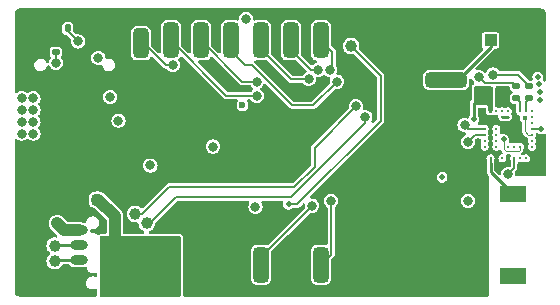
<source format=gbl>
G04 #@! TF.GenerationSoftware,KiCad,Pcbnew,7.0.5-0*
G04 #@! TF.CreationDate,2023-09-26T17:10:22-04:00*
G04 #@! TF.ProjectId,Rudolph_Tracker,5275646f-6c70-4685-9f54-7261636b6572,rev?*
G04 #@! TF.SameCoordinates,Original*
G04 #@! TF.FileFunction,Copper,L4,Bot*
G04 #@! TF.FilePolarity,Positive*
%FSLAX46Y46*%
G04 Gerber Fmt 4.6, Leading zero omitted, Abs format (unit mm)*
G04 Created by KiCad (PCBNEW 7.0.5-0) date 2023-09-26 17:10:22*
%MOMM*%
%LPD*%
G01*
G04 APERTURE LIST*
G04 Aperture macros list*
%AMRoundRect*
0 Rectangle with rounded corners*
0 $1 Rounding radius*
0 $2 $3 $4 $5 $6 $7 $8 $9 X,Y pos of 4 corners*
0 Add a 4 corners polygon primitive as box body*
4,1,4,$2,$3,$4,$5,$6,$7,$8,$9,$2,$3,0*
0 Add four circle primitives for the rounded corners*
1,1,$1+$1,$2,$3*
1,1,$1+$1,$4,$5*
1,1,$1+$1,$6,$7*
1,1,$1+$1,$8,$9*
0 Add four rect primitives between the rounded corners*
20,1,$1+$1,$2,$3,$4,$5,0*
20,1,$1+$1,$4,$5,$6,$7,0*
20,1,$1+$1,$6,$7,$8,$9,0*
20,1,$1+$1,$8,$9,$2,$3,0*%
G04 Aperture macros list end*
G04 #@! TA.AperFunction,EtchedComponent*
%ADD10C,0.270000*%
G04 #@! TD*
G04 #@! TA.AperFunction,ComponentPad*
%ADD11C,0.600000*%
G04 #@! TD*
G04 #@! TA.AperFunction,ComponentPad*
%ADD12O,1.000000X2.100000*%
G04 #@! TD*
G04 #@! TA.AperFunction,ComponentPad*
%ADD13O,1.000000X1.800000*%
G04 #@! TD*
G04 #@! TA.AperFunction,SMDPad,CuDef*
%ADD14R,1.000000X1.000000*%
G04 #@! TD*
G04 #@! TA.AperFunction,SMDPad,CuDef*
%ADD15R,2.200000X1.050000*%
G04 #@! TD*
G04 #@! TA.AperFunction,SMDPad,CuDef*
%ADD16C,1.000000*%
G04 #@! TD*
G04 #@! TA.AperFunction,SMDPad,CuDef*
%ADD17RoundRect,0.135000X-0.185000X0.135000X-0.185000X-0.135000X0.185000X-0.135000X0.185000X0.135000X0*%
G04 #@! TD*
G04 #@! TA.AperFunction,SMDPad,CuDef*
%ADD18RoundRect,0.322500X0.322500X-1.177500X0.322500X1.177500X-0.322500X1.177500X-0.322500X-1.177500X0*%
G04 #@! TD*
G04 #@! TA.AperFunction,SMDPad,CuDef*
%ADD19RoundRect,0.325000X0.325000X-1.175000X0.325000X1.175000X-0.325000X1.175000X-0.325000X-1.175000X0*%
G04 #@! TD*
G04 #@! TA.AperFunction,SMDPad,CuDef*
%ADD20RoundRect,0.325000X0.325000X-0.925000X0.325000X0.925000X-0.325000X0.925000X-0.325000X-0.925000X0*%
G04 #@! TD*
G04 #@! TA.AperFunction,SMDPad,CuDef*
%ADD21RoundRect,0.325000X-1.425000X-0.325000X1.425000X-0.325000X1.425000X0.325000X-1.425000X0.325000X0*%
G04 #@! TD*
G04 #@! TA.AperFunction,SMDPad,CuDef*
%ADD22RoundRect,0.225000X-0.225000X-0.250000X0.225000X-0.250000X0.225000X0.250000X-0.225000X0.250000X0*%
G04 #@! TD*
G04 #@! TA.AperFunction,SMDPad,CuDef*
%ADD23O,1.500000X0.800000*%
G04 #@! TD*
G04 #@! TA.AperFunction,BGAPad,CuDef*
%ADD24C,0.270000*%
G04 #@! TD*
G04 #@! TA.AperFunction,SMDPad,CuDef*
%ADD25R,2.259800X1.362800*%
G04 #@! TD*
G04 #@! TA.AperFunction,SMDPad,CuDef*
%ADD26RoundRect,0.135000X0.135000X0.185000X-0.135000X0.185000X-0.135000X-0.185000X0.135000X-0.185000X0*%
G04 #@! TD*
G04 #@! TA.AperFunction,SMDPad,CuDef*
%ADD27RoundRect,0.225000X0.225000X0.250000X-0.225000X0.250000X-0.225000X-0.250000X0.225000X-0.250000X0*%
G04 #@! TD*
G04 #@! TA.AperFunction,SMDPad,CuDef*
%ADD28RoundRect,0.135000X0.185000X-0.135000X0.185000X0.135000X-0.185000X0.135000X-0.185000X-0.135000X0*%
G04 #@! TD*
G04 #@! TA.AperFunction,ViaPad*
%ADD29C,0.800000*%
G04 #@! TD*
G04 #@! TA.AperFunction,ViaPad*
%ADD30C,0.700000*%
G04 #@! TD*
G04 #@! TA.AperFunction,ViaPad*
%ADD31C,0.500000*%
G04 #@! TD*
G04 #@! TA.AperFunction,ViaPad*
%ADD32C,1.000000*%
G04 #@! TD*
G04 #@! TA.AperFunction,ViaPad*
%ADD33C,0.600000*%
G04 #@! TD*
G04 #@! TA.AperFunction,ViaPad*
%ADD34C,0.410000*%
G04 #@! TD*
G04 #@! TA.AperFunction,Conductor*
%ADD35C,0.200000*%
G04 #@! TD*
G04 #@! TA.AperFunction,Conductor*
%ADD36C,1.000000*%
G04 #@! TD*
G04 #@! TA.AperFunction,Conductor*
%ADD37C,0.250000*%
G04 #@! TD*
G04 #@! TA.AperFunction,Conductor*
%ADD38C,0.150000*%
G04 #@! TD*
G04 #@! TA.AperFunction,Conductor*
%ADD39C,0.100000*%
G04 #@! TD*
G04 #@! TA.AperFunction,Conductor*
%ADD40C,0.238000*%
G04 #@! TD*
G04 #@! TA.AperFunction,Conductor*
%ADD41C,0.500000*%
G04 #@! TD*
G04 APERTURE END LIST*
D10*
X111500000Y-116700000D02*
X111000000Y-116700000D01*
D11*
X91225000Y-120975000D03*
X92500000Y-120975000D03*
X93775000Y-120975000D03*
X91225000Y-119700000D03*
X92500000Y-119700000D03*
X93775000Y-119700000D03*
X91225000Y-118425000D03*
X92500000Y-118425000D03*
X93775000Y-118425000D03*
D12*
X79120000Y-112805000D03*
D13*
X79120000Y-108625000D03*
D12*
X70480000Y-112805000D03*
D13*
X70480000Y-108625000D03*
D14*
X110000000Y-110200000D03*
D15*
X111500000Y-111675000D03*
D14*
X113000000Y-110200000D03*
D15*
X111500000Y-108725000D03*
D16*
X71100000Y-130400000D03*
D17*
X113300000Y-114090000D03*
X113300000Y-115110000D03*
D18*
X95645000Y-129200000D03*
D19*
X93100000Y-129200000D03*
X90560000Y-129200000D03*
X88020000Y-129200000D03*
X85480000Y-129200000D03*
X82940000Y-129200000D03*
X80400000Y-129200000D03*
D20*
X80400000Y-110450000D03*
D19*
X82940000Y-110200000D03*
X85480000Y-110200000D03*
X88020000Y-110200000D03*
X90560000Y-110200000D03*
X93100000Y-110200000D03*
D18*
X95645000Y-110200000D03*
D21*
X106250000Y-111030000D03*
X106250000Y-113570000D03*
X106250000Y-116110000D03*
D22*
X109325000Y-114800000D03*
X110875000Y-114800000D03*
D23*
X75150000Y-126295000D03*
X75150000Y-127565000D03*
X75150000Y-128835000D03*
X75150000Y-130105000D03*
D24*
X109500000Y-116200000D03*
X109500000Y-116700000D03*
X109500000Y-117200000D03*
X109500000Y-117700000D03*
X109500000Y-118200000D03*
X109500000Y-118700000D03*
X109500000Y-119200000D03*
X109500000Y-119700000D03*
X109488389Y-120210711D03*
X110000000Y-116200000D03*
X110000000Y-116700000D03*
X110000000Y-119700000D03*
X110000000Y-120200000D03*
X110500000Y-116200000D03*
X110500000Y-117200000D03*
X110500000Y-117700000D03*
X110500000Y-118200000D03*
X110500000Y-118700000D03*
X110500000Y-119200000D03*
X110500000Y-120200000D03*
X111000000Y-116200000D03*
X111000000Y-116700000D03*
X111000000Y-120200000D03*
X111500000Y-116200000D03*
X111500000Y-116700000D03*
X111500000Y-117200000D03*
X111500000Y-117700000D03*
X111500000Y-119200000D03*
X111500000Y-120200000D03*
X112000000Y-116200000D03*
X112000000Y-117200000D03*
X112000000Y-117700000D03*
X112000000Y-119200000D03*
X112000000Y-120200000D03*
X112500000Y-116200000D03*
X112500000Y-117200000D03*
X112500000Y-117700000D03*
X112500000Y-118200000D03*
X112500000Y-118700000D03*
X112500000Y-119200000D03*
X112500000Y-120200000D03*
X113000000Y-116200000D03*
X113000000Y-119700000D03*
X113000000Y-120200000D03*
X113500000Y-116200000D03*
X113500000Y-116700000D03*
X113500000Y-117200000D03*
X113500000Y-117700000D03*
X113500000Y-118200000D03*
X113500000Y-118700000D03*
X113500000Y-119200000D03*
X113500000Y-119700000D03*
X113500000Y-120200000D03*
D17*
X112200000Y-114090000D03*
X112200000Y-115110000D03*
D25*
X111900000Y-123237299D03*
X111900000Y-130162701D03*
D26*
X74200000Y-109200000D03*
X73180000Y-109200000D03*
D27*
X76675000Y-123700000D03*
X75125000Y-123700000D03*
D28*
X73200000Y-111210000D03*
X73200000Y-110190000D03*
D29*
X83200000Y-117600000D03*
X97400000Y-121300000D03*
X74400000Y-119700000D03*
X89000000Y-126200000D03*
X74400000Y-118700000D03*
D30*
X89200000Y-129000000D03*
D31*
X86000000Y-116300000D03*
X86800000Y-112600000D03*
D29*
X95600000Y-125200000D03*
X102900000Y-116000000D03*
D32*
X103700000Y-126600000D03*
D29*
X105900000Y-124600000D03*
X74400000Y-117700000D03*
X108000000Y-114900000D03*
D31*
X105300000Y-112300000D03*
X86000000Y-114700000D03*
D29*
X83300000Y-121100000D03*
D31*
X106900000Y-112300000D03*
D29*
X83300000Y-120200000D03*
D32*
X79700000Y-123700000D03*
D29*
X100500000Y-124200000D03*
D32*
X98200000Y-108700000D03*
D29*
X74400000Y-120700000D03*
D31*
X91100000Y-112700000D03*
D30*
X87000000Y-128600000D03*
D31*
X106100000Y-112300000D03*
X85700000Y-115500000D03*
D29*
X90100000Y-124300000D03*
D33*
X89000000Y-115700000D03*
D31*
X108600000Y-116900000D03*
X114200000Y-114600000D03*
D29*
X86500000Y-119200000D03*
D31*
X114100000Y-113900000D03*
D32*
X73300000Y-125700000D03*
D29*
X81200000Y-120800000D03*
D31*
X114300000Y-117700000D03*
X114200000Y-115300000D03*
D29*
X89300000Y-108400000D03*
D31*
X114000000Y-113300000D03*
D32*
X79600000Y-131300000D03*
X81300000Y-131300000D03*
X77500000Y-130800000D03*
X78600000Y-130800000D03*
X77500000Y-129700000D03*
X78600000Y-129700000D03*
D29*
X70300000Y-118100000D03*
X71300000Y-118100000D03*
X78500000Y-117000000D03*
X71300000Y-117100000D03*
X70300000Y-117100000D03*
X71300000Y-116100000D03*
X70300000Y-116100000D03*
X70300000Y-115100000D03*
X71300000Y-115100000D03*
X77800000Y-115000000D03*
X76800000Y-111700000D03*
X75100000Y-110300000D03*
X73200000Y-112100000D03*
D31*
X92900000Y-124100000D03*
D32*
X98200000Y-110700000D03*
D29*
X109000000Y-113300000D03*
X110200000Y-113100000D03*
X108100000Y-123800000D03*
X111500000Y-121500000D03*
D31*
X105900000Y-121800000D03*
X111100000Y-118600000D03*
D29*
X108100000Y-118800000D03*
X107800000Y-117400000D03*
D34*
X112900000Y-116800000D03*
D32*
X79900000Y-124900000D03*
X73100000Y-127600000D03*
D29*
X98600000Y-115800000D03*
X99400000Y-116700000D03*
D32*
X73100000Y-128900000D03*
X80900000Y-125700000D03*
D29*
X97000000Y-113700000D03*
X96400000Y-112700000D03*
X95400000Y-112700000D03*
X94600000Y-113500000D03*
X90200000Y-113700000D03*
X83100000Y-112300000D03*
X96500000Y-123800000D03*
X94900000Y-124200000D03*
X90200000Y-114900000D03*
D35*
X113500000Y-117700000D02*
X114300000Y-117700000D01*
D36*
X73895000Y-126295000D02*
X73300000Y-125700000D01*
X75150000Y-126295000D02*
X73895000Y-126295000D01*
D37*
X108600000Y-116900000D02*
X108600000Y-115525000D01*
X108600000Y-115525000D02*
X109325000Y-114800000D01*
D36*
X78200000Y-125100000D02*
X78200000Y-127000000D01*
X76675000Y-123700000D02*
X76800000Y-123700000D01*
X78200000Y-127000000D02*
X80400000Y-129200000D01*
X76800000Y-123700000D02*
X78200000Y-125100000D01*
D38*
X75100000Y-110300000D02*
X74200000Y-109400000D01*
X74200000Y-109400000D02*
X74200000Y-109200000D01*
D35*
X73200000Y-112100000D02*
X73200000Y-111210000D01*
X100700000Y-113200000D02*
X98200000Y-110700000D01*
X100700000Y-117000000D02*
X100700000Y-113200000D01*
X93600000Y-124100000D02*
X100700000Y-117000000D01*
X92900000Y-124100000D02*
X93600000Y-124100000D01*
X109500000Y-113800000D02*
X111910000Y-113800000D01*
X109000000Y-113300000D02*
X109500000Y-113800000D01*
X111910000Y-113800000D02*
X112200000Y-114090000D01*
X112500000Y-115410000D02*
X112200000Y-115110000D01*
X112500000Y-116200000D02*
X112500000Y-115410000D01*
X112310000Y-113100000D02*
X113300000Y-114090000D01*
X110200000Y-113100000D02*
X112310000Y-113100000D01*
X113000000Y-116200000D02*
X113000000Y-115410000D01*
X113000000Y-115410000D02*
X113300000Y-115110000D01*
D38*
X112000000Y-121000000D02*
X112000000Y-120200000D01*
X111500000Y-121500000D02*
X112000000Y-121000000D01*
D39*
X112500000Y-119200000D02*
X112500000Y-119500000D01*
X111300000Y-119600000D02*
X111100000Y-119400000D01*
X112500000Y-119500000D02*
X112400000Y-119600000D01*
X112400000Y-119600000D02*
X111300000Y-119600000D01*
X111100000Y-119400000D02*
X111100000Y-118600000D01*
D35*
X108100000Y-118800000D02*
X108700000Y-118200000D01*
X108700000Y-118200000D02*
X109500000Y-118200000D01*
X108100000Y-117700000D02*
X109500000Y-117700000D01*
X107800000Y-117400000D02*
X108100000Y-117700000D01*
D38*
X110000000Y-120200000D02*
X110000000Y-120600000D01*
D40*
X110000000Y-121337299D02*
X111900000Y-123237299D01*
X110000000Y-120600000D02*
X110000000Y-121337299D01*
D39*
X112900000Y-117900000D02*
X113200000Y-118200000D01*
X113200000Y-118200000D02*
X113500000Y-118200000D01*
X112900000Y-116800000D02*
X112900000Y-117900000D01*
D37*
X73135000Y-127565000D02*
X73100000Y-127600000D01*
D35*
X80500000Y-124900000D02*
X82800000Y-122600000D01*
X82800000Y-122600000D02*
X83500000Y-122600000D01*
D37*
X75150000Y-127565000D02*
X73135000Y-127565000D01*
D35*
X95100000Y-120900000D02*
X93400000Y-122600000D01*
X98600000Y-115800000D02*
X95100000Y-119300000D01*
X93400000Y-122600000D02*
X83500000Y-122600000D01*
X79900000Y-124900000D02*
X80500000Y-124900000D01*
X95100000Y-119300000D02*
X95100000Y-120900000D01*
X99400000Y-116700000D02*
X99400000Y-117200000D01*
X93100000Y-123500000D02*
X83400000Y-123500000D01*
X99400000Y-117200000D02*
X93100000Y-123500000D01*
D37*
X73165000Y-128835000D02*
X73100000Y-128900000D01*
D35*
X81200000Y-125700000D02*
X80900000Y-125700000D01*
X83400000Y-123500000D02*
X81200000Y-125700000D01*
D37*
X75150000Y-128835000D02*
X73165000Y-128835000D01*
D40*
X110000000Y-110800000D02*
X110000000Y-110200000D01*
X107230000Y-113570000D02*
X110000000Y-110800000D01*
D41*
X106250000Y-113570000D02*
X107230000Y-113570000D01*
D35*
X88020000Y-111120000D02*
X88020000Y-110200000D01*
X97000000Y-113700000D02*
X95000000Y-115700000D01*
X89800000Y-112300000D02*
X89200000Y-112300000D01*
X93200000Y-115700000D02*
X89800000Y-112300000D01*
X89200000Y-112300000D02*
X88020000Y-111120000D01*
X95000000Y-115700000D02*
X93200000Y-115700000D01*
X96600000Y-111155000D02*
X95645000Y-110200000D01*
X96600000Y-112500000D02*
X96600000Y-111155000D01*
X96400000Y-112700000D02*
X96600000Y-112500000D01*
X95400000Y-112700000D02*
X94800000Y-112700000D01*
X94800000Y-112700000D02*
X93100000Y-111000000D01*
X93100000Y-111000000D02*
X93100000Y-110200000D01*
X93100000Y-113500000D02*
X90560000Y-110960000D01*
X90560000Y-110960000D02*
X90560000Y-110200000D01*
X94600000Y-113500000D02*
X93100000Y-113500000D01*
X88980000Y-113700000D02*
X85480000Y-110200000D01*
X90200000Y-113700000D02*
X88980000Y-113700000D01*
X83100000Y-112300000D02*
X82500000Y-112300000D01*
X82500000Y-112300000D02*
X80400000Y-110200000D01*
X96500000Y-128345000D02*
X95645000Y-129200000D01*
X96500000Y-123800000D02*
X96500000Y-128345000D01*
X90560000Y-129200000D02*
X90560000Y-128540000D01*
X90560000Y-128540000D02*
X94050000Y-125050000D01*
X94900000Y-124200000D02*
X94050000Y-125050000D01*
X87640000Y-114900000D02*
X82940000Y-110200000D01*
X90200000Y-114900000D02*
X87640000Y-114900000D01*
G04 #@! TA.AperFunction,Conductor*
G36*
X91068574Y-111903220D02*
G01*
X91102133Y-111927104D01*
X92843078Y-113668049D01*
X92848721Y-113674533D01*
X92856041Y-113684226D01*
X92856042Y-113684228D01*
X92867027Y-113694242D01*
X92891375Y-113716439D01*
X92893423Y-113718394D01*
X92907203Y-113732174D01*
X92909413Y-113733688D01*
X92916143Y-113739018D01*
X92927016Y-113748930D01*
X92939064Y-113759914D01*
X92939065Y-113759914D01*
X92939067Y-113759916D01*
X92945530Y-113762419D01*
X92970807Y-113775743D01*
X92976519Y-113779656D01*
X93006702Y-113786754D01*
X93014903Y-113789294D01*
X93043827Y-113800500D01*
X93050751Y-113800500D01*
X93079141Y-113803793D01*
X93085881Y-113805379D01*
X93116590Y-113801095D01*
X93125166Y-113800500D01*
X94012518Y-113800500D01*
X94079557Y-113820185D01*
X94110892Y-113849013D01*
X94116839Y-113856762D01*
X94168776Y-113924449D01*
X94171718Y-113928282D01*
X94297159Y-114024536D01*
X94443238Y-114085044D01*
X94521618Y-114095362D01*
X94599999Y-114105682D01*
X94600000Y-114105682D01*
X94600001Y-114105682D01*
X94652253Y-114098802D01*
X94756762Y-114085044D01*
X94902841Y-114024536D01*
X95028282Y-113928282D01*
X95124536Y-113802841D01*
X95185044Y-113656762D01*
X95205682Y-113500000D01*
X95197313Y-113436435D01*
X95208078Y-113367403D01*
X95254457Y-113315147D01*
X95321726Y-113296261D01*
X95336421Y-113297311D01*
X95400000Y-113305682D01*
X95556762Y-113285044D01*
X95702841Y-113224536D01*
X95824515Y-113131171D01*
X95889683Y-113105979D01*
X95958127Y-113120017D01*
X95975478Y-113131167D01*
X96097159Y-113224536D01*
X96243238Y-113285044D01*
X96347277Y-113298740D01*
X96411171Y-113327006D01*
X96449643Y-113385330D01*
X96450475Y-113455195D01*
X96445652Y-113469130D01*
X96414956Y-113543238D01*
X96414955Y-113543239D01*
X96394318Y-113699998D01*
X96394318Y-113700001D01*
X96407359Y-113799060D01*
X96396593Y-113868095D01*
X96372101Y-113902926D01*
X94911848Y-115363181D01*
X94850525Y-115396666D01*
X94824167Y-115399500D01*
X93375833Y-115399500D01*
X93308794Y-115379815D01*
X93288152Y-115363181D01*
X90056922Y-112131951D01*
X90051278Y-112125465D01*
X90043959Y-112115773D01*
X90035476Y-112108040D01*
X89999195Y-112048328D01*
X90000956Y-111978481D01*
X90040200Y-111920673D01*
X90104467Y-111893259D01*
X90133800Y-111893288D01*
X90193855Y-111900500D01*
X90193856Y-111900500D01*
X90926143Y-111900500D01*
X90926144Y-111900500D01*
X90999668Y-111891670D01*
X91068574Y-111903220D01*
G37*
G04 #@! TD.AperFunction*
G04 #@! TA.AperFunction,Conductor*
G36*
X86450963Y-111597425D02*
G01*
X86463118Y-111608089D01*
X88723078Y-113868049D01*
X88728721Y-113874533D01*
X88736041Y-113884226D01*
X88736042Y-113884228D01*
X88747310Y-113894500D01*
X88771375Y-113916439D01*
X88773423Y-113918394D01*
X88787203Y-113932174D01*
X88789413Y-113933688D01*
X88796143Y-113939018D01*
X88807016Y-113948930D01*
X88819064Y-113959914D01*
X88819065Y-113959914D01*
X88819067Y-113959916D01*
X88825530Y-113962419D01*
X88850807Y-113975743D01*
X88856519Y-113979656D01*
X88886702Y-113986754D01*
X88894903Y-113989294D01*
X88923827Y-114000500D01*
X88930751Y-114000500D01*
X88959141Y-114003793D01*
X88965881Y-114005379D01*
X88996590Y-114001095D01*
X89005166Y-114000500D01*
X89612518Y-114000500D01*
X89679557Y-114020185D01*
X89710894Y-114049014D01*
X89753343Y-114104336D01*
X89771718Y-114128282D01*
X89867300Y-114201625D01*
X89908502Y-114258052D01*
X89912657Y-114327798D01*
X89878444Y-114388719D01*
X89867304Y-114398372D01*
X89823803Y-114431751D01*
X89771716Y-114471719D01*
X89710894Y-114550986D01*
X89654466Y-114592189D01*
X89612518Y-114599500D01*
X87815833Y-114599500D01*
X87748794Y-114579815D01*
X87728152Y-114563181D01*
X85277152Y-112112181D01*
X85243667Y-112050858D01*
X85248651Y-111981166D01*
X85290523Y-111925233D01*
X85355987Y-111900816D01*
X85364833Y-111900500D01*
X85846138Y-111900500D01*
X85846144Y-111900500D01*
X85930590Y-111890359D01*
X86064975Y-111837364D01*
X86180078Y-111750078D01*
X86239501Y-111671718D01*
X86272489Y-111628217D01*
X86273510Y-111628991D01*
X86317354Y-111586215D01*
X86385805Y-111572204D01*
X86450963Y-111597425D01*
G37*
G04 #@! TD.AperFunction*
G04 #@! TA.AperFunction,Conductor*
G36*
X114304032Y-107501030D02*
G01*
X114387214Y-107511982D01*
X114418479Y-107520359D01*
X114484665Y-107547774D01*
X114512699Y-107563960D01*
X114569537Y-107607574D01*
X114592425Y-107630462D01*
X114636039Y-107687300D01*
X114652225Y-107715335D01*
X114679639Y-107781519D01*
X114688017Y-107812784D01*
X114698969Y-107895965D01*
X114699500Y-107904067D01*
X114699500Y-113265862D01*
X114689957Y-113298358D01*
X114698238Y-113316490D01*
X114699500Y-113334137D01*
X114699500Y-113571470D01*
X114679815Y-113638509D01*
X114627011Y-113684264D01*
X114557853Y-113694208D01*
X114494297Y-113665183D01*
X114481787Y-113652672D01*
X114437320Y-113601354D01*
X114408295Y-113537799D01*
X114418238Y-113468644D01*
X114436697Y-113428226D01*
X114452762Y-113316489D01*
X114458513Y-113303894D01*
X114456523Y-113300797D01*
X114452762Y-113283509D01*
X114436697Y-113171774D01*
X114423665Y-113143238D01*
X114382882Y-113053937D01*
X114298049Y-112956033D01*
X114189069Y-112885996D01*
X114189065Y-112885994D01*
X114189064Y-112885994D01*
X114064774Y-112849500D01*
X114064772Y-112849500D01*
X113935228Y-112849500D01*
X113935226Y-112849500D01*
X113810935Y-112885994D01*
X113810932Y-112885995D01*
X113810931Y-112885996D01*
X113780299Y-112905682D01*
X113701950Y-112956033D01*
X113617118Y-113053937D01*
X113617117Y-113053938D01*
X113563302Y-113171774D01*
X113544867Y-113300000D01*
X113563302Y-113428225D01*
X113570502Y-113443990D01*
X113580445Y-113513148D01*
X113551419Y-113576704D01*
X113492640Y-113614478D01*
X113457707Y-113619500D01*
X113305834Y-113619500D01*
X113238795Y-113599815D01*
X113218153Y-113583181D01*
X113063197Y-113428225D01*
X112566915Y-112931944D01*
X112561278Y-112925465D01*
X112553956Y-112915770D01*
X112518624Y-112883560D01*
X112516573Y-112881602D01*
X112502797Y-112867826D01*
X112500586Y-112866311D01*
X112493853Y-112860978D01*
X112470933Y-112840084D01*
X112464470Y-112837580D01*
X112439192Y-112824256D01*
X112433481Y-112820344D01*
X112433478Y-112820343D01*
X112433479Y-112820343D01*
X112403302Y-112813244D01*
X112395094Y-112810703D01*
X112366173Y-112799500D01*
X112359249Y-112799500D01*
X112330858Y-112796206D01*
X112324119Y-112794621D01*
X112293409Y-112798905D01*
X112284834Y-112799500D01*
X110787482Y-112799500D01*
X110720443Y-112779815D01*
X110689106Y-112750986D01*
X110662620Y-112716469D01*
X110649984Y-112700001D01*
X110628283Y-112671719D01*
X110622206Y-112667056D01*
X110502841Y-112575464D01*
X110471340Y-112562416D01*
X110356762Y-112514956D01*
X110356760Y-112514955D01*
X110200001Y-112494318D01*
X110199999Y-112494318D01*
X110043239Y-112514955D01*
X110043237Y-112514956D01*
X109897160Y-112575463D01*
X109771718Y-112671718D01*
X109675463Y-112797160D01*
X109650943Y-112856358D01*
X109607102Y-112910761D01*
X109540808Y-112932826D01*
X109473108Y-112915547D01*
X109438006Y-112884391D01*
X109437368Y-112883560D01*
X109428282Y-112871718D01*
X109302841Y-112775464D01*
X109156762Y-112714956D01*
X109156760Y-112714955D01*
X109000001Y-112694318D01*
X108999999Y-112694318D01*
X108852602Y-112713723D01*
X108783567Y-112702957D01*
X108731311Y-112656577D01*
X108712426Y-112589308D01*
X108732907Y-112522508D01*
X108748731Y-112503108D01*
X110214156Y-111037683D01*
X110218107Y-111034063D01*
X110248527Y-111008539D01*
X110268377Y-110974156D01*
X110271264Y-110969625D01*
X110282648Y-110953367D01*
X110337228Y-110909748D01*
X110384217Y-110900500D01*
X110519750Y-110900500D01*
X110519751Y-110900499D01*
X110534568Y-110897552D01*
X110578229Y-110888868D01*
X110578229Y-110888867D01*
X110578231Y-110888867D01*
X110644552Y-110844552D01*
X110688867Y-110778231D01*
X110688867Y-110778229D01*
X110688868Y-110778229D01*
X110700499Y-110719752D01*
X110700500Y-110719750D01*
X110700500Y-109680249D01*
X110700499Y-109680247D01*
X110688868Y-109621770D01*
X110688867Y-109621769D01*
X110644552Y-109555447D01*
X110578230Y-109511132D01*
X110578229Y-109511131D01*
X110519752Y-109499500D01*
X110519748Y-109499500D01*
X109480252Y-109499500D01*
X109480247Y-109499500D01*
X109421770Y-109511131D01*
X109421769Y-109511132D01*
X109355447Y-109555447D01*
X109311132Y-109621769D01*
X109311131Y-109621770D01*
X109299500Y-109680247D01*
X109299500Y-110719752D01*
X109311131Y-110778229D01*
X109311132Y-110778230D01*
X109358254Y-110848752D01*
X109379132Y-110915429D01*
X109360648Y-110982809D01*
X109342833Y-111005324D01*
X107664978Y-112683181D01*
X107603655Y-112716666D01*
X107577297Y-112719500D01*
X104783856Y-112719500D01*
X104745841Y-112724065D01*
X104699411Y-112729640D01*
X104565023Y-112782636D01*
X104449921Y-112869921D01*
X104362636Y-112985023D01*
X104309640Y-113119411D01*
X104305849Y-113150986D01*
X104299500Y-113203856D01*
X104299500Y-113936144D01*
X104304256Y-113975746D01*
X104309640Y-114020588D01*
X104362636Y-114154976D01*
X104449921Y-114270078D01*
X104565023Y-114357363D01*
X104565024Y-114357363D01*
X104565025Y-114357364D01*
X104699410Y-114410359D01*
X104783856Y-114420500D01*
X104783862Y-114420500D01*
X107716138Y-114420500D01*
X107716144Y-114420500D01*
X107800590Y-114410359D01*
X107934975Y-114357364D01*
X108050078Y-114270078D01*
X108137364Y-114154975D01*
X108179576Y-114047931D01*
X108190501Y-114033890D01*
X108189654Y-114026462D01*
X108200500Y-113936144D01*
X108200500Y-113562408D01*
X108220185Y-113495369D01*
X108272989Y-113449614D01*
X108342147Y-113439670D01*
X108405703Y-113468695D01*
X108439061Y-113514956D01*
X108475462Y-113602838D01*
X108475463Y-113602840D01*
X108475464Y-113602841D01*
X108571718Y-113728282D01*
X108576786Y-113732171D01*
X108580138Y-113734743D01*
X108621340Y-113791171D01*
X108625495Y-113860917D01*
X108591282Y-113921837D01*
X108562969Y-113942548D01*
X108537920Y-113955896D01*
X108537913Y-113955901D01*
X108485104Y-114001660D01*
X108467160Y-114019242D01*
X108467156Y-114019247D01*
X108420989Y-114101782D01*
X108418381Y-114104336D01*
X108418428Y-114104570D01*
X108413907Y-114128358D01*
X108402827Y-114166092D01*
X108402826Y-114166098D01*
X108402825Y-114166102D01*
X108396329Y-114211282D01*
X108394500Y-114224003D01*
X108394500Y-114856117D01*
X108394501Y-114856182D01*
X108394720Y-114862870D01*
X108395690Y-114877664D01*
X108395692Y-114877692D01*
X108396347Y-114884336D01*
X108396467Y-114885380D01*
X108396287Y-114885400D01*
X108396295Y-114914613D01*
X108396449Y-114914629D01*
X108396448Y-114914634D01*
X108396465Y-114914636D01*
X108396349Y-114915641D01*
X108395692Y-114922313D01*
X108395690Y-114922334D01*
X108394720Y-114937128D01*
X108394501Y-114943816D01*
X108394500Y-114943881D01*
X108394500Y-115214702D01*
X108374815Y-115281741D01*
X108350211Y-115309687D01*
X108346807Y-115312543D01*
X108346806Y-115312544D01*
X108326562Y-115347606D01*
X108323656Y-115352166D01*
X108300446Y-115385313D01*
X108298206Y-115390117D01*
X108291229Y-115406961D01*
X108289410Y-115411959D01*
X108282383Y-115451811D01*
X108281212Y-115457091D01*
X108270735Y-115496191D01*
X108274264Y-115536513D01*
X108274500Y-115541920D01*
X108274500Y-116541464D01*
X108254815Y-116608503D01*
X108244215Y-116622664D01*
X108217119Y-116653935D01*
X108217116Y-116653940D01*
X108163568Y-116771192D01*
X108117813Y-116823996D01*
X108050773Y-116843680D01*
X108003323Y-116834242D01*
X107978586Y-116823996D01*
X107956762Y-116814956D01*
X107956760Y-116814955D01*
X107800001Y-116794318D01*
X107799999Y-116794318D01*
X107643239Y-116814955D01*
X107643237Y-116814956D01*
X107497160Y-116875463D01*
X107371718Y-116971718D01*
X107275463Y-117097160D01*
X107214956Y-117243237D01*
X107214955Y-117243239D01*
X107194318Y-117399998D01*
X107194318Y-117400001D01*
X107214955Y-117556760D01*
X107214956Y-117556762D01*
X107264133Y-117675487D01*
X107275464Y-117702841D01*
X107371718Y-117828282D01*
X107497159Y-117924536D01*
X107643238Y-117985044D01*
X107721618Y-117995362D01*
X107799999Y-118005682D01*
X107800000Y-118005682D01*
X107816793Y-118003471D01*
X107885828Y-118014236D01*
X107938084Y-118060616D01*
X107956970Y-118127885D01*
X107936490Y-118194685D01*
X107883145Y-118239809D01*
X107880432Y-118240971D01*
X107797160Y-118275463D01*
X107671718Y-118371718D01*
X107575463Y-118497160D01*
X107514956Y-118643237D01*
X107514955Y-118643239D01*
X107494318Y-118799998D01*
X107494318Y-118800001D01*
X107514955Y-118956760D01*
X107514956Y-118956762D01*
X107550775Y-119043238D01*
X107575464Y-119102841D01*
X107671718Y-119228282D01*
X107797159Y-119324536D01*
X107943238Y-119385044D01*
X108021619Y-119395362D01*
X108099999Y-119405682D01*
X108100000Y-119405682D01*
X108100001Y-119405682D01*
X108152254Y-119398802D01*
X108256762Y-119385044D01*
X108402841Y-119324536D01*
X108528282Y-119228282D01*
X108624536Y-119102841D01*
X108685044Y-118956762D01*
X108705682Y-118800000D01*
X108692640Y-118700937D01*
X108703405Y-118631903D01*
X108727895Y-118597074D01*
X108788153Y-118536817D01*
X108849478Y-118503333D01*
X108875834Y-118500500D01*
X109046724Y-118500500D01*
X109113763Y-118520185D01*
X109159518Y-118572989D01*
X109169462Y-118642147D01*
X109168842Y-118646015D01*
X109163650Y-118675464D01*
X109159324Y-118700000D01*
X109179868Y-118816515D01*
X109179870Y-118816520D01*
X109221139Y-118888000D01*
X109237612Y-118955901D01*
X109221139Y-119012000D01*
X109179870Y-119083479D01*
X109179868Y-119083484D01*
X109159324Y-119199999D01*
X109159324Y-119200000D01*
X109179868Y-119316515D01*
X109179870Y-119316520D01*
X109239024Y-119418978D01*
X109239029Y-119418984D01*
X109249499Y-119427769D01*
X109329662Y-119495034D01*
X109440842Y-119535500D01*
X109440844Y-119535500D01*
X109559156Y-119535500D01*
X109559158Y-119535500D01*
X109670338Y-119495034D01*
X109760973Y-119418982D01*
X109820131Y-119316518D01*
X109840676Y-119200000D01*
X109820131Y-119083482D01*
X109778859Y-119011998D01*
X109762387Y-118944099D01*
X109778860Y-118888000D01*
X109820131Y-118816518D01*
X109840676Y-118700000D01*
X109820131Y-118583482D01*
X109778859Y-118511998D01*
X109762387Y-118444099D01*
X109778861Y-118387999D01*
X109820131Y-118316518D01*
X109840676Y-118200000D01*
X109838206Y-118185994D01*
X109823315Y-118101539D01*
X109820131Y-118083482D01*
X109778859Y-118011998D01*
X109762387Y-117944099D01*
X109778860Y-117888000D01*
X109820131Y-117816518D01*
X109840676Y-117700000D01*
X109820131Y-117583482D01*
X109760973Y-117481018D01*
X109760971Y-117481016D01*
X109760970Y-117481015D01*
X109687042Y-117418982D01*
X109670338Y-117404966D01*
X109670336Y-117404965D01*
X109670334Y-117404964D01*
X109559159Y-117364500D01*
X109559158Y-117364500D01*
X109440842Y-117364500D01*
X109440841Y-117364500D01*
X109365226Y-117392022D01*
X109322816Y-117399500D01*
X109034801Y-117399500D01*
X108967762Y-117379815D01*
X108922007Y-117327011D01*
X108912063Y-117257853D01*
X108941087Y-117194298D01*
X108969998Y-117160932D01*
X108982882Y-117146063D01*
X109036697Y-117028226D01*
X109055133Y-116900000D01*
X109036697Y-116771774D01*
X109036431Y-116771192D01*
X108982883Y-116653939D01*
X108982882Y-116653938D01*
X108982882Y-116653937D01*
X108955783Y-116622663D01*
X108926761Y-116559110D01*
X108925499Y-116541477D01*
X108925500Y-116029499D01*
X108945185Y-115962460D01*
X108997989Y-115916706D01*
X109049500Y-115905500D01*
X109471288Y-115905500D01*
X109538327Y-115925185D01*
X109584082Y-115977989D01*
X109594227Y-116013314D01*
X109594500Y-116015387D01*
X109599457Y-116053042D01*
X109601503Y-116068578D01*
X109618115Y-116130577D01*
X109618497Y-116131702D01*
X109623191Y-116150019D01*
X109631673Y-116198121D01*
X109633553Y-116220642D01*
X109633302Y-116252100D01*
X109643246Y-116321258D01*
X109648338Y-116345873D01*
X109687296Y-116418982D01*
X109691347Y-116426583D01*
X109691349Y-116426586D01*
X109737108Y-116479395D01*
X109752912Y-116495524D01*
X109754694Y-116497343D01*
X109754695Y-116497344D01*
X109754697Y-116497345D01*
X109834298Y-116541871D01*
X109834511Y-116541990D01*
X109901550Y-116561675D01*
X109959448Y-116570000D01*
X109959452Y-116570000D01*
X110042193Y-116570000D01*
X110046656Y-116569928D01*
X110047724Y-116569912D01*
X110108604Y-116559678D01*
X110174986Y-116537877D01*
X110198346Y-116528587D01*
X110215102Y-116515470D01*
X110280023Y-116489649D01*
X110333942Y-116496591D01*
X110440842Y-116535500D01*
X110440844Y-116535500D01*
X110540500Y-116535500D01*
X110607539Y-116555185D01*
X110653294Y-116607989D01*
X110664500Y-116659500D01*
X110664500Y-116659797D01*
X110662616Y-116681329D01*
X110659324Y-116699999D01*
X110659324Y-116700000D01*
X110662616Y-116718669D01*
X110664500Y-116740202D01*
X110664500Y-116759158D01*
X110670984Y-116776973D01*
X110676577Y-116797848D01*
X110679869Y-116816519D01*
X110689346Y-116832933D01*
X110698480Y-116852519D01*
X110703128Y-116865288D01*
X110704966Y-116870338D01*
X110704968Y-116870340D01*
X110717149Y-116884857D01*
X110729547Y-116902562D01*
X110739028Y-116918983D01*
X110753548Y-116931167D01*
X110768831Y-116946450D01*
X110781015Y-116960970D01*
X110781018Y-116960973D01*
X110797432Y-116970449D01*
X110815142Y-116982850D01*
X110829660Y-116995033D01*
X110829661Y-116995033D01*
X110829662Y-116995034D01*
X110847474Y-117001516D01*
X110867059Y-117010650D01*
X110883479Y-117020130D01*
X110883480Y-117020130D01*
X110883482Y-117020131D01*
X110902151Y-117023422D01*
X110923032Y-117029018D01*
X110939089Y-117034862D01*
X110940842Y-117035500D01*
X111559157Y-117035500D01*
X111559158Y-117035500D01*
X111576972Y-117029015D01*
X111597850Y-117023421D01*
X111616518Y-117020131D01*
X111632940Y-117010649D01*
X111652530Y-117001515D01*
X111656693Y-117000000D01*
X111670338Y-116995034D01*
X111684859Y-116982848D01*
X111702555Y-116970455D01*
X111718982Y-116960973D01*
X111731168Y-116946450D01*
X111746453Y-116931164D01*
X111760973Y-116918982D01*
X111770455Y-116902555D01*
X111782850Y-116884857D01*
X111795034Y-116870338D01*
X111801515Y-116852528D01*
X111810649Y-116832940D01*
X111820131Y-116816518D01*
X111823421Y-116797850D01*
X111829015Y-116776972D01*
X111835500Y-116759158D01*
X111835500Y-116740202D01*
X111837384Y-116718669D01*
X111840676Y-116700000D01*
X111840676Y-116699999D01*
X111837384Y-116681329D01*
X111835500Y-116659797D01*
X111835500Y-116640841D01*
X111835499Y-116640839D01*
X111829018Y-116623032D01*
X111823422Y-116602150D01*
X111820130Y-116583479D01*
X111810650Y-116567059D01*
X111801516Y-116547474D01*
X111795034Y-116529662D01*
X111795033Y-116529661D01*
X111795033Y-116529660D01*
X111792812Y-116527014D01*
X111790641Y-116522054D01*
X111789610Y-116520268D01*
X111789809Y-116520152D01*
X111764799Y-116463006D01*
X111775838Y-116394014D01*
X111780399Y-116385333D01*
X111820131Y-116316518D01*
X111840676Y-116200000D01*
X111820131Y-116083482D01*
X111772221Y-116000500D01*
X111760975Y-115981021D01*
X111760970Y-115981015D01*
X111670339Y-115904967D01*
X111670338Y-115904966D01*
X111670336Y-115904965D01*
X111670334Y-115904964D01*
X111559159Y-115864500D01*
X111559158Y-115864500D01*
X111440842Y-115864500D01*
X111440840Y-115864500D01*
X111329665Y-115904964D01*
X111320270Y-115910389D01*
X111319657Y-115909328D01*
X111265682Y-115932943D01*
X111196691Y-115921896D01*
X111170480Y-115905048D01*
X111170339Y-115904966D01*
X111170338Y-115904966D01*
X111170336Y-115904965D01*
X111170334Y-115904964D01*
X111059159Y-115864500D01*
X111059158Y-115864500D01*
X110940842Y-115864500D01*
X110940840Y-115864500D01*
X110829666Y-115904963D01*
X110820271Y-115910389D01*
X110819658Y-115909327D01*
X110765692Y-115932943D01*
X110696700Y-115921900D01*
X110670459Y-115905035D01*
X110670340Y-115904967D01*
X110670338Y-115904966D01*
X110559158Y-115864500D01*
X110529499Y-115864500D01*
X110462460Y-115844815D01*
X110416705Y-115792011D01*
X110405499Y-115740500D01*
X110405500Y-115050033D01*
X110405500Y-114224500D01*
X110405500Y-114224499D01*
X110425185Y-114157460D01*
X110477989Y-114111706D01*
X110529500Y-114100500D01*
X111555500Y-114100500D01*
X111622539Y-114120185D01*
X111668294Y-114172989D01*
X111679500Y-114224500D01*
X111679500Y-114264316D01*
X111685931Y-114313171D01*
X111735935Y-114420404D01*
X111827267Y-114511736D01*
X111824443Y-114514559D01*
X111855183Y-114553042D01*
X111862352Y-114622542D01*
X111830808Y-114684886D01*
X111827101Y-114688098D01*
X111827267Y-114688264D01*
X111735935Y-114779595D01*
X111685931Y-114886828D01*
X111679500Y-114935683D01*
X111679500Y-115284316D01*
X111685931Y-115333171D01*
X111685932Y-115333173D01*
X111735935Y-115440404D01*
X111819596Y-115524065D01*
X111926827Y-115574068D01*
X111975683Y-115580500D01*
X111975684Y-115580500D01*
X112075500Y-115580500D01*
X112142539Y-115600185D01*
X112188294Y-115652989D01*
X112199499Y-115704498D01*
X112199499Y-115861796D01*
X112199499Y-116016255D01*
X112182890Y-116078249D01*
X112179868Y-116083483D01*
X112159324Y-116199998D01*
X112159324Y-116200000D01*
X112179868Y-116316515D01*
X112179870Y-116316520D01*
X112239024Y-116418978D01*
X112239029Y-116418984D01*
X112249999Y-116428189D01*
X112329662Y-116495034D01*
X112329666Y-116495035D01*
X112329667Y-116495036D01*
X112335995Y-116497339D01*
X112430350Y-116531681D01*
X112486615Y-116573106D01*
X112511551Y-116638375D01*
X112510414Y-116667600D01*
X112489445Y-116799996D01*
X112489445Y-116800002D01*
X112509537Y-116926863D01*
X112509538Y-116926866D01*
X112509539Y-116926868D01*
X112564890Y-117035500D01*
X112567855Y-117041319D01*
X112567857Y-117041322D01*
X112613179Y-117086643D01*
X112646665Y-117147966D01*
X112649499Y-117174325D01*
X112649499Y-117863116D01*
X112647117Y-117887302D01*
X112644592Y-117899999D01*
X112644592Y-117900003D01*
X112664032Y-117997736D01*
X112664033Y-117997739D01*
X112664033Y-117997740D01*
X112664034Y-117997741D01*
X112676082Y-118015772D01*
X112719399Y-118080601D01*
X112730168Y-118087796D01*
X112748957Y-118103217D01*
X112996782Y-118351042D01*
X113012203Y-118369832D01*
X113019398Y-118380600D01*
X113019399Y-118380601D01*
X113069915Y-118414354D01*
X113102259Y-118435966D01*
X113102261Y-118435966D01*
X113106882Y-118437881D01*
X113161286Y-118481723D01*
X113183350Y-118548017D01*
X113181545Y-118573974D01*
X113159324Y-118699999D01*
X113159324Y-118700000D01*
X113179868Y-118816515D01*
X113179870Y-118816520D01*
X113221139Y-118888000D01*
X113237612Y-118955901D01*
X113221139Y-119012000D01*
X113179870Y-119083479D01*
X113179868Y-119083484D01*
X113159324Y-119199999D01*
X113159324Y-119200000D01*
X113179868Y-119316515D01*
X113179870Y-119316520D01*
X113239024Y-119418978D01*
X113239029Y-119418984D01*
X113249499Y-119427769D01*
X113329662Y-119495034D01*
X113440842Y-119535500D01*
X113440844Y-119535500D01*
X113559156Y-119535500D01*
X113559158Y-119535500D01*
X113670338Y-119495034D01*
X113760973Y-119418982D01*
X113820131Y-119316518D01*
X113840676Y-119200000D01*
X113820131Y-119083482D01*
X113778859Y-119011998D01*
X113762387Y-118944099D01*
X113778860Y-118888000D01*
X113820131Y-118816518D01*
X113840676Y-118700000D01*
X113820131Y-118583482D01*
X113778859Y-118511998D01*
X113762387Y-118444099D01*
X113778861Y-118387999D01*
X113820131Y-118316518D01*
X113840676Y-118200000D01*
X113838236Y-118186163D01*
X113845979Y-118116727D01*
X113890035Y-118062497D01*
X113956415Y-118040695D01*
X114024046Y-118058241D01*
X114027379Y-118060309D01*
X114110931Y-118114004D01*
X114235225Y-118150499D01*
X114235227Y-118150500D01*
X114235228Y-118150500D01*
X114364773Y-118150500D01*
X114364773Y-118150499D01*
X114489069Y-118114004D01*
X114508461Y-118101541D01*
X114575498Y-118081856D01*
X114642538Y-118101539D01*
X114688294Y-118154343D01*
X114699500Y-118205856D01*
X114699500Y-121576000D01*
X114679815Y-121643039D01*
X114627011Y-121688794D01*
X114575500Y-121700000D01*
X112220746Y-121700000D01*
X112153707Y-121680315D01*
X112107952Y-121627511D01*
X112097807Y-121559814D01*
X112099648Y-121545835D01*
X112105682Y-121500000D01*
X112088527Y-121369694D01*
X112099293Y-121300660D01*
X112123782Y-121265832D01*
X112166990Y-121222624D01*
X112185774Y-121207209D01*
X112198624Y-121198624D01*
X112215308Y-121173656D01*
X112245780Y-121128050D01*
X112259515Y-121107495D01*
X112259516Y-121107493D01*
X112276686Y-121021169D01*
X112280897Y-121000000D01*
X112277883Y-120984847D01*
X112275500Y-120960655D01*
X112275500Y-120652410D01*
X112295185Y-120585371D01*
X112347989Y-120539616D01*
X112417147Y-120529672D01*
X112439221Y-120535213D01*
X112440840Y-120535499D01*
X112440842Y-120535500D01*
X112440844Y-120535500D01*
X112559156Y-120535500D01*
X112559158Y-120535500D01*
X112670338Y-120495034D01*
X112670341Y-120495031D01*
X112679735Y-120489609D01*
X112680347Y-120490670D01*
X112734301Y-120467058D01*
X112803293Y-120478096D01*
X112829540Y-120494964D01*
X112829659Y-120495032D01*
X112829660Y-120495032D01*
X112829662Y-120495034D01*
X112940842Y-120535500D01*
X112940844Y-120535500D01*
X113059156Y-120535500D01*
X113059158Y-120535500D01*
X113170338Y-120495034D01*
X113260973Y-120418982D01*
X113320131Y-120316518D01*
X113340676Y-120200000D01*
X113320131Y-120083482D01*
X113290552Y-120032249D01*
X113260975Y-119981021D01*
X113260970Y-119981015D01*
X113170339Y-119904967D01*
X113170338Y-119904966D01*
X113170336Y-119904965D01*
X113170334Y-119904964D01*
X113059159Y-119864500D01*
X113059158Y-119864500D01*
X112940842Y-119864500D01*
X112940840Y-119864500D01*
X112829666Y-119904963D01*
X112820271Y-119910389D01*
X112819658Y-119909327D01*
X112765692Y-119932943D01*
X112696700Y-119921900D01*
X112670457Y-119905034D01*
X112670148Y-119904856D01*
X112669915Y-119904612D01*
X112662026Y-119897992D01*
X112662764Y-119897112D01*
X112621933Y-119854288D01*
X112608712Y-119785681D01*
X112634681Y-119720816D01*
X112644461Y-119709797D01*
X112651048Y-119703210D01*
X112669833Y-119687794D01*
X112680601Y-119680601D01*
X112715559Y-119628282D01*
X112716049Y-119627549D01*
X112716051Y-119627544D01*
X112716057Y-119627536D01*
X112735966Y-119597741D01*
X112737945Y-119587792D01*
X112755408Y-119500002D01*
X112755408Y-119500000D01*
X112753953Y-119492686D01*
X112760179Y-119423096D01*
X112768183Y-119406494D01*
X112780568Y-119385043D01*
X112820131Y-119316518D01*
X112840676Y-119200000D01*
X112820131Y-119083482D01*
X112760973Y-118981018D01*
X112760971Y-118981016D01*
X112760970Y-118981015D01*
X112675535Y-118909327D01*
X112670338Y-118904966D01*
X112670336Y-118904965D01*
X112670334Y-118904964D01*
X112559159Y-118864500D01*
X112559158Y-118864500D01*
X112440842Y-118864500D01*
X112440840Y-118864500D01*
X112329665Y-118904964D01*
X112320270Y-118910389D01*
X112319657Y-118909328D01*
X112265682Y-118932943D01*
X112196691Y-118921896D01*
X112170480Y-118905048D01*
X112170339Y-118904966D01*
X112170338Y-118904966D01*
X112170336Y-118904965D01*
X112170334Y-118904964D01*
X112059159Y-118864500D01*
X112059158Y-118864500D01*
X111940842Y-118864500D01*
X111940840Y-118864500D01*
X111829666Y-118904963D01*
X111820271Y-118910389D01*
X111819658Y-118909327D01*
X111765692Y-118932943D01*
X111696700Y-118921900D01*
X111670459Y-118905035D01*
X111670341Y-118904967D01*
X111623724Y-118888000D01*
X111612065Y-118883756D01*
X111555802Y-118842330D01*
X111530867Y-118777061D01*
X111535502Y-118732291D01*
X111536693Y-118728234D01*
X111536697Y-118728226D01*
X111555133Y-118600000D01*
X111536697Y-118471774D01*
X111482882Y-118353937D01*
X111398049Y-118256033D01*
X111289069Y-118185996D01*
X111289065Y-118185994D01*
X111289064Y-118185994D01*
X111164774Y-118149500D01*
X111164772Y-118149500D01*
X111035228Y-118149500D01*
X111035226Y-118149500D01*
X110974262Y-118167400D01*
X110904392Y-118167400D01*
X110845614Y-118129625D01*
X110822806Y-118090832D01*
X110820131Y-118083482D01*
X110778860Y-118011999D01*
X110762387Y-117944099D01*
X110778860Y-117888000D01*
X110820131Y-117816518D01*
X110840676Y-117700000D01*
X110820131Y-117583482D01*
X110760973Y-117481018D01*
X110760971Y-117481016D01*
X110760970Y-117481015D01*
X110687042Y-117418982D01*
X110670338Y-117404966D01*
X110670336Y-117404965D01*
X110670334Y-117404964D01*
X110559159Y-117364500D01*
X110559158Y-117364500D01*
X110440842Y-117364500D01*
X110440840Y-117364500D01*
X110329665Y-117404964D01*
X110329660Y-117404967D01*
X110239029Y-117481015D01*
X110239024Y-117481021D01*
X110179870Y-117583479D01*
X110179868Y-117583484D01*
X110159324Y-117699999D01*
X110159324Y-117700000D01*
X110179868Y-117816515D01*
X110179870Y-117816520D01*
X110221139Y-117888000D01*
X110237612Y-117955901D01*
X110221139Y-118012000D01*
X110179870Y-118083479D01*
X110179868Y-118083484D01*
X110159324Y-118199999D01*
X110159324Y-118200000D01*
X110179868Y-118316515D01*
X110179870Y-118316520D01*
X110221139Y-118387999D01*
X110237612Y-118455899D01*
X110221140Y-118511998D01*
X110179869Y-118583481D01*
X110179868Y-118583484D01*
X110159324Y-118699999D01*
X110159324Y-118700000D01*
X110179868Y-118816515D01*
X110179870Y-118816520D01*
X110221139Y-118888000D01*
X110237612Y-118955901D01*
X110221139Y-119012000D01*
X110179870Y-119083479D01*
X110179868Y-119083484D01*
X110159324Y-119199999D01*
X110159324Y-119200000D01*
X110179868Y-119316515D01*
X110179870Y-119316520D01*
X110239024Y-119418978D01*
X110239029Y-119418984D01*
X110249499Y-119427769D01*
X110329662Y-119495034D01*
X110440842Y-119535500D01*
X110440844Y-119535500D01*
X110559156Y-119535500D01*
X110559158Y-119535500D01*
X110670338Y-119495034D01*
X110687329Y-119480776D01*
X110751334Y-119452764D01*
X110820326Y-119463802D01*
X110870136Y-119506875D01*
X110919396Y-119580598D01*
X110919397Y-119580599D01*
X110919399Y-119580601D01*
X110930162Y-119587792D01*
X110948953Y-119603214D01*
X111001423Y-119655684D01*
X111034908Y-119717007D01*
X111029924Y-119786699D01*
X110988052Y-119842632D01*
X110950366Y-119858950D01*
X110951036Y-119860790D01*
X110940843Y-119864500D01*
X110940842Y-119864500D01*
X110925223Y-119870185D01*
X110829665Y-119904964D01*
X110829660Y-119904967D01*
X110739029Y-119981015D01*
X110739024Y-119981021D01*
X110679870Y-120083479D01*
X110679868Y-120083484D01*
X110659324Y-120199999D01*
X110659324Y-120200000D01*
X110679868Y-120316515D01*
X110679870Y-120316520D01*
X110739024Y-120418978D01*
X110739026Y-120418980D01*
X110739027Y-120418982D01*
X110829662Y-120495034D01*
X110940842Y-120535500D01*
X110940844Y-120535500D01*
X111059156Y-120535500D01*
X111059158Y-120535500D01*
X111170338Y-120495034D01*
X111260973Y-120418982D01*
X111320131Y-120316518D01*
X111340676Y-120200000D01*
X111320131Y-120083482D01*
X111293006Y-120036500D01*
X111276533Y-119968599D01*
X111299386Y-119902573D01*
X111354307Y-119859382D01*
X111400393Y-119850500D01*
X111599607Y-119850500D01*
X111666646Y-119870185D01*
X111712401Y-119922989D01*
X111722345Y-119992147D01*
X111706994Y-120036500D01*
X111679870Y-120083479D01*
X111679868Y-120083484D01*
X111659324Y-120199999D01*
X111659324Y-120200000D01*
X111679868Y-120316515D01*
X111679870Y-120316520D01*
X111707887Y-120365046D01*
X111724500Y-120427046D01*
X111724499Y-120782479D01*
X111704814Y-120849519D01*
X111652010Y-120895274D01*
X111584314Y-120905418D01*
X111500001Y-120894318D01*
X111499999Y-120894318D01*
X111343239Y-120914955D01*
X111343237Y-120914956D01*
X111197160Y-120975463D01*
X111071718Y-121071718D01*
X110975463Y-121197160D01*
X110914956Y-121343237D01*
X110914955Y-121343239D01*
X110894590Y-121497932D01*
X110866323Y-121561829D01*
X110807999Y-121600300D01*
X110738134Y-121601131D01*
X110683970Y-121569428D01*
X110355819Y-121241277D01*
X110322334Y-121179954D01*
X110319500Y-121153596D01*
X110319500Y-120572050D01*
X110319500Y-120572046D01*
X110304864Y-120489039D01*
X110298492Y-120478002D01*
X110282017Y-120410103D01*
X110298489Y-120354001D01*
X110320131Y-120316518D01*
X110340676Y-120200000D01*
X110320131Y-120083482D01*
X110290552Y-120032249D01*
X110260975Y-119981021D01*
X110260970Y-119981015D01*
X110170339Y-119904967D01*
X110170338Y-119904966D01*
X110170336Y-119904965D01*
X110170334Y-119904964D01*
X110059159Y-119864500D01*
X110059158Y-119864500D01*
X109940842Y-119864500D01*
X109940840Y-119864500D01*
X109829665Y-119904964D01*
X109829660Y-119904967D01*
X109739029Y-119981015D01*
X109739024Y-119981021D01*
X109679870Y-120083479D01*
X109679868Y-120083484D01*
X109659324Y-120199999D01*
X109659324Y-120200000D01*
X109679868Y-120316515D01*
X109679870Y-120316520D01*
X109701509Y-120353999D01*
X109717982Y-120421899D01*
X109701509Y-120477998D01*
X109695139Y-120489030D01*
X109695135Y-120489040D01*
X109680500Y-120572043D01*
X109680500Y-121320644D01*
X109680264Y-121326051D01*
X109676805Y-121365575D01*
X109687073Y-121403897D01*
X109688244Y-121409178D01*
X109695136Y-121448259D01*
X109697233Y-121454021D01*
X109703381Y-121468865D01*
X109705965Y-121474406D01*
X109705966Y-121474408D01*
X109705967Y-121474409D01*
X109728729Y-121506917D01*
X109731633Y-121511474D01*
X109751471Y-121545835D01*
X109751475Y-121545840D01*
X109781873Y-121571347D01*
X109785851Y-121574991D01*
X109863683Y-121652823D01*
X109897166Y-121714142D01*
X109900000Y-121740501D01*
X109900000Y-131775500D01*
X109880315Y-131842539D01*
X109827511Y-131888294D01*
X109776000Y-131899500D01*
X84129500Y-131899500D01*
X84062461Y-131879815D01*
X84016706Y-131827011D01*
X84005500Y-131775500D01*
X84005500Y-126924008D01*
X84005499Y-126923992D01*
X84002435Y-126895500D01*
X84000803Y-126880316D01*
X83989597Y-126828805D01*
X83987110Y-126818627D01*
X83944100Y-126737915D01*
X83907358Y-126695513D01*
X83898339Y-126685104D01*
X83880757Y-126667160D01*
X83880756Y-126667159D01*
X83880754Y-126667157D01*
X83880752Y-126667156D01*
X83880750Y-126667154D01*
X83800940Y-126622511D01*
X83800935Y-126622509D01*
X83733903Y-126602826D01*
X83733899Y-126602825D01*
X83733898Y-126602825D01*
X83676000Y-126594500D01*
X83675996Y-126594500D01*
X81206110Y-126594500D01*
X81139071Y-126574815D01*
X81093316Y-126522011D01*
X81083372Y-126452853D01*
X81112397Y-126389297D01*
X81148484Y-126360704D01*
X81300849Y-126280736D01*
X81300850Y-126280734D01*
X81300852Y-126280734D01*
X81428183Y-126167929D01*
X81524818Y-126027930D01*
X81585140Y-125868872D01*
X81597816Y-125764471D01*
X81625438Y-125700295D01*
X81633220Y-125691749D01*
X83488151Y-123836819D01*
X83549475Y-123803334D01*
X83575833Y-123800500D01*
X89474918Y-123800500D01*
X89541957Y-123820185D01*
X89587712Y-123872989D01*
X89597656Y-123942147D01*
X89577858Y-123989154D01*
X89579528Y-123990119D01*
X89575465Y-123997156D01*
X89514956Y-124143237D01*
X89514955Y-124143239D01*
X89494318Y-124299998D01*
X89494318Y-124300001D01*
X89514955Y-124456760D01*
X89514956Y-124456762D01*
X89575464Y-124602841D01*
X89671718Y-124728282D01*
X89797159Y-124824536D01*
X89943238Y-124885044D01*
X90021619Y-124895362D01*
X90099999Y-124905682D01*
X90100000Y-124905682D01*
X90100001Y-124905682D01*
X90152253Y-124898802D01*
X90256762Y-124885044D01*
X90402841Y-124824536D01*
X90528282Y-124728282D01*
X90624536Y-124602841D01*
X90685044Y-124456762D01*
X90705682Y-124300000D01*
X90705558Y-124299060D01*
X90685044Y-124143239D01*
X90685044Y-124143238D01*
X90624536Y-123997159D01*
X90624534Y-123997156D01*
X90620472Y-123990119D01*
X90622448Y-123988977D01*
X90601511Y-123934807D01*
X90615555Y-123866363D01*
X90664373Y-123816377D01*
X90725082Y-123800500D01*
X92348574Y-123800500D01*
X92415613Y-123820185D01*
X92461368Y-123872989D01*
X92471312Y-123942147D01*
X92465164Y-123963080D01*
X92465801Y-123963267D01*
X92463302Y-123971773D01*
X92444867Y-124100000D01*
X92463302Y-124228225D01*
X92516877Y-124345535D01*
X92517118Y-124346063D01*
X92571291Y-124408583D01*
X92601369Y-124443296D01*
X92601951Y-124443967D01*
X92710931Y-124514004D01*
X92835225Y-124550499D01*
X92835227Y-124550500D01*
X92835228Y-124550500D01*
X92964773Y-124550500D01*
X92964773Y-124550499D01*
X93089069Y-124514004D01*
X93198049Y-124443967D01*
X93198374Y-124443591D01*
X93198631Y-124443296D01*
X93199379Y-124442815D01*
X93204754Y-124438158D01*
X93205423Y-124438930D01*
X93257409Y-124405523D01*
X93292343Y-124400500D01*
X93537159Y-124400500D01*
X93545733Y-124401095D01*
X93557761Y-124402772D01*
X93557761Y-124402771D01*
X93557765Y-124402773D01*
X93600920Y-124400778D01*
X93605510Y-124400566D01*
X93608373Y-124400500D01*
X93627843Y-124400500D01*
X93627844Y-124400500D01*
X93630468Y-124400009D01*
X93639021Y-124399016D01*
X93640245Y-124398959D01*
X93669992Y-124397585D01*
X93676322Y-124394789D01*
X93703629Y-124386332D01*
X93710433Y-124385061D01*
X93736797Y-124368736D01*
X93744392Y-124364733D01*
X93772765Y-124352206D01*
X93777661Y-124347309D01*
X93800069Y-124329561D01*
X93805952Y-124325919D01*
X93824649Y-124301158D01*
X93830266Y-124294703D01*
X94092017Y-124032952D01*
X94153338Y-123999469D01*
X94223030Y-124004453D01*
X94278963Y-124046325D01*
X94303380Y-124111789D01*
X94302635Y-124136819D01*
X94294318Y-124199997D01*
X94294318Y-124200001D01*
X94307359Y-124299060D01*
X94296593Y-124368095D01*
X94272101Y-124402926D01*
X93877235Y-124797793D01*
X93877234Y-124797794D01*
X91179117Y-127495910D01*
X91117794Y-127529395D01*
X91048102Y-127524411D01*
X91045947Y-127523584D01*
X91035078Y-127519298D01*
X91010590Y-127509641D01*
X90968367Y-127504570D01*
X90926145Y-127499500D01*
X90926144Y-127499500D01*
X90193856Y-127499500D01*
X90155841Y-127504065D01*
X90109411Y-127509640D01*
X89975023Y-127562636D01*
X89859921Y-127649921D01*
X89772636Y-127765023D01*
X89719640Y-127899411D01*
X89709499Y-127983862D01*
X89709499Y-130416137D01*
X89719640Y-130500588D01*
X89772636Y-130634976D01*
X89859921Y-130750078D01*
X89975023Y-130837363D01*
X89975024Y-130837363D01*
X89975025Y-130837364D01*
X90109410Y-130890359D01*
X90193856Y-130900500D01*
X90193862Y-130900500D01*
X90926138Y-130900500D01*
X90926144Y-130900500D01*
X91010590Y-130890359D01*
X91144975Y-130837364D01*
X91260078Y-130750078D01*
X91347364Y-130634975D01*
X91400359Y-130500590D01*
X91410225Y-130418438D01*
X94799500Y-130418438D01*
X94809592Y-130502490D01*
X94862336Y-130636239D01*
X94949205Y-130750794D01*
X95063760Y-130837663D01*
X95063761Y-130837663D01*
X95063762Y-130837664D01*
X95197508Y-130890407D01*
X95281555Y-130900500D01*
X96008444Y-130900499D01*
X96092492Y-130890407D01*
X96226238Y-130837664D01*
X96340794Y-130750794D01*
X96427664Y-130636238D01*
X96480407Y-130502492D01*
X96490500Y-130418445D01*
X96490499Y-128830832D01*
X96510184Y-128763794D01*
X96526813Y-128743157D01*
X96668063Y-128601907D01*
X96674536Y-128596276D01*
X96684224Y-128588959D01*
X96684228Y-128588958D01*
X96716449Y-128553611D01*
X96718357Y-128551613D01*
X96732175Y-128537797D01*
X96733692Y-128535581D01*
X96739017Y-128528856D01*
X96759916Y-128505933D01*
X96762415Y-128499480D01*
X96775749Y-128474184D01*
X96779657Y-128468480D01*
X96786757Y-128438291D01*
X96789291Y-128430106D01*
X96800500Y-128401173D01*
X96800500Y-128394247D01*
X96803795Y-128365855D01*
X96805378Y-128359123D01*
X96805379Y-128359119D01*
X96801095Y-128328408D01*
X96800500Y-128319833D01*
X96800500Y-124387482D01*
X96820185Y-124320443D01*
X96849014Y-124289106D01*
X96928282Y-124228282D01*
X97024536Y-124102841D01*
X97085044Y-123956762D01*
X97105682Y-123800001D01*
X107494318Y-123800001D01*
X107514955Y-123956760D01*
X107514956Y-123956762D01*
X107550775Y-124043238D01*
X107575464Y-124102841D01*
X107671718Y-124228282D01*
X107797159Y-124324536D01*
X107943238Y-124385044D01*
X107961757Y-124387482D01*
X108099999Y-124405682D01*
X108100000Y-124405682D01*
X108100001Y-124405682D01*
X108182733Y-124394790D01*
X108256762Y-124385044D01*
X108402841Y-124324536D01*
X108528282Y-124228282D01*
X108624536Y-124102841D01*
X108685044Y-123956762D01*
X108705682Y-123800000D01*
X108703714Y-123785055D01*
X108685044Y-123643239D01*
X108685044Y-123643238D01*
X108624536Y-123497159D01*
X108528282Y-123371718D01*
X108402841Y-123275464D01*
X108399502Y-123274081D01*
X108256762Y-123214956D01*
X108256760Y-123214955D01*
X108100001Y-123194318D01*
X108099999Y-123194318D01*
X107943239Y-123214955D01*
X107943237Y-123214956D01*
X107797160Y-123275463D01*
X107671718Y-123371718D01*
X107575463Y-123497160D01*
X107514956Y-123643237D01*
X107514955Y-123643239D01*
X107494318Y-123799998D01*
X107494318Y-123800001D01*
X97105682Y-123800001D01*
X97105682Y-123800000D01*
X97103714Y-123785055D01*
X97085044Y-123643239D01*
X97085044Y-123643238D01*
X97024536Y-123497159D01*
X96928282Y-123371718D01*
X96802841Y-123275464D01*
X96799502Y-123274081D01*
X96656762Y-123214956D01*
X96656760Y-123214955D01*
X96500001Y-123194318D01*
X96499999Y-123194318D01*
X96343239Y-123214955D01*
X96343237Y-123214956D01*
X96197160Y-123275463D01*
X96071718Y-123371718D01*
X95975463Y-123497160D01*
X95914956Y-123643237D01*
X95914955Y-123643239D01*
X95894318Y-123799998D01*
X95894318Y-123800001D01*
X95914955Y-123956760D01*
X95914956Y-123956762D01*
X95950775Y-124043238D01*
X95975464Y-124102841D01*
X96071718Y-124228282D01*
X96087263Y-124240210D01*
X96150986Y-124289107D01*
X96192188Y-124345535D01*
X96199499Y-124387482D01*
X96199500Y-127382661D01*
X96179815Y-127449700D01*
X96127011Y-127495455D01*
X96060717Y-127505777D01*
X96048596Y-127504321D01*
X96008445Y-127499500D01*
X96008439Y-127499500D01*
X95281561Y-127499500D01*
X95197509Y-127509592D01*
X95063760Y-127562336D01*
X94949205Y-127649205D01*
X94862336Y-127763760D01*
X94809592Y-127897509D01*
X94804609Y-127939014D01*
X94799500Y-127981555D01*
X94799500Y-127981560D01*
X94799500Y-127981561D01*
X94799500Y-130418438D01*
X91410225Y-130418438D01*
X91410500Y-130416144D01*
X91410500Y-128165832D01*
X91430185Y-128098793D01*
X91446819Y-128078151D01*
X92844757Y-126680213D01*
X94282174Y-125242797D01*
X94340733Y-125184238D01*
X94340744Y-125184225D01*
X94697073Y-124827896D01*
X94758395Y-124794413D01*
X94800936Y-124792640D01*
X94900000Y-124805682D01*
X94900001Y-124805682D01*
X94952253Y-124798802D01*
X95056762Y-124785044D01*
X95202841Y-124724536D01*
X95328282Y-124628282D01*
X95424536Y-124502841D01*
X95485044Y-124356762D01*
X95500388Y-124240210D01*
X95505682Y-124200001D01*
X95505682Y-124199998D01*
X95485044Y-124043239D01*
X95485044Y-124043238D01*
X95424536Y-123897159D01*
X95328282Y-123771718D01*
X95202841Y-123675464D01*
X95056762Y-123614956D01*
X95056760Y-123614955D01*
X94900001Y-123594318D01*
X94899997Y-123594318D01*
X94836819Y-123602635D01*
X94767784Y-123591869D01*
X94715529Y-123545488D01*
X94696644Y-123478219D01*
X94717125Y-123411419D01*
X94732949Y-123392020D01*
X96324970Y-121799999D01*
X105444867Y-121799999D01*
X105463302Y-121928225D01*
X105517117Y-122046061D01*
X105517118Y-122046063D01*
X105601951Y-122143967D01*
X105710931Y-122214004D01*
X105835225Y-122250499D01*
X105835227Y-122250500D01*
X105835228Y-122250500D01*
X105964773Y-122250500D01*
X105964773Y-122250499D01*
X106089069Y-122214004D01*
X106198049Y-122143967D01*
X106282882Y-122046063D01*
X106336697Y-121928226D01*
X106355133Y-121800000D01*
X106336697Y-121671774D01*
X106282882Y-121553937D01*
X106198049Y-121456033D01*
X106089069Y-121385996D01*
X106089065Y-121385994D01*
X106089064Y-121385994D01*
X105964774Y-121349500D01*
X105964772Y-121349500D01*
X105835228Y-121349500D01*
X105835226Y-121349500D01*
X105710935Y-121385994D01*
X105710932Y-121385995D01*
X105710931Y-121385996D01*
X105674859Y-121409178D01*
X105601950Y-121456033D01*
X105517118Y-121553937D01*
X105517117Y-121553938D01*
X105463302Y-121671774D01*
X105444867Y-121799999D01*
X96324970Y-121799999D01*
X100868059Y-117256910D01*
X100874532Y-117251279D01*
X100884224Y-117243959D01*
X100884228Y-117243958D01*
X100916459Y-117208600D01*
X100918367Y-117206602D01*
X100932174Y-117192797D01*
X100933684Y-117190592D01*
X100939023Y-117183851D01*
X100947707Y-117174325D01*
X100959916Y-117160933D01*
X100962416Y-117154478D01*
X100975749Y-117129182D01*
X100979656Y-117123481D01*
X100986757Y-117093285D01*
X100989292Y-117085101D01*
X101000500Y-117056173D01*
X101000500Y-117049248D01*
X101003795Y-117020855D01*
X101005378Y-117014123D01*
X101005379Y-117014119D01*
X101001095Y-116983408D01*
X101000500Y-116974833D01*
X101000500Y-113262839D01*
X101001095Y-113254263D01*
X101002771Y-113242240D01*
X101002773Y-113242236D01*
X101000566Y-113194491D01*
X101000500Y-113191628D01*
X101000500Y-113172159D01*
X101000499Y-113172153D01*
X101000428Y-113171774D01*
X101000008Y-113169527D01*
X100999016Y-113160980D01*
X100998196Y-113143238D01*
X100997585Y-113130009D01*
X100994788Y-113123676D01*
X100986332Y-113096370D01*
X100985061Y-113089567D01*
X100968738Y-113063205D01*
X100964731Y-113055602D01*
X100952207Y-113027237D01*
X100952206Y-113027236D01*
X100952206Y-113027235D01*
X100947309Y-113022338D01*
X100929563Y-112999934D01*
X100925918Y-112994047D01*
X100901172Y-112975360D01*
X100894694Y-112969723D01*
X98916539Y-110991567D01*
X98883054Y-110930245D01*
X98883825Y-110874203D01*
X98885135Y-110868883D01*
X98885140Y-110868872D01*
X98905645Y-110700000D01*
X98885140Y-110531128D01*
X98824818Y-110372070D01*
X98728183Y-110232071D01*
X98600852Y-110119266D01*
X98600849Y-110119263D01*
X98450226Y-110040210D01*
X98285056Y-109999500D01*
X98114944Y-109999500D01*
X97949773Y-110040210D01*
X97799150Y-110119263D01*
X97671816Y-110232072D01*
X97575182Y-110372068D01*
X97514860Y-110531125D01*
X97514859Y-110531130D01*
X97494355Y-110700000D01*
X97514859Y-110868869D01*
X97514860Y-110868874D01*
X97575182Y-111027931D01*
X97635251Y-111114955D01*
X97671817Y-111167929D01*
X97744370Y-111232205D01*
X97799150Y-111280736D01*
X97949773Y-111359789D01*
X97949775Y-111359790D01*
X98114944Y-111400500D01*
X98285054Y-111400500D01*
X98285056Y-111400500D01*
X98369963Y-111379572D01*
X98439762Y-111382641D01*
X98487317Y-111412288D01*
X100363181Y-113288152D01*
X100396666Y-113349475D01*
X100399500Y-113375833D01*
X100399500Y-116824167D01*
X100379815Y-116891206D01*
X100363181Y-116911848D01*
X100115639Y-117159389D01*
X100054316Y-117192874D01*
X99984624Y-117187890D01*
X99928691Y-117146018D01*
X99904274Y-117080554D01*
X99919126Y-117012281D01*
X99920572Y-117009706D01*
X99924531Y-117002847D01*
X99924536Y-117002841D01*
X99985044Y-116856762D01*
X100000389Y-116740202D01*
X100005682Y-116700001D01*
X100005682Y-116699998D01*
X99988556Y-116569912D01*
X99985044Y-116543238D01*
X99924536Y-116397159D01*
X99828282Y-116271718D01*
X99702841Y-116175464D01*
X99665394Y-116159953D01*
X99556762Y-116114956D01*
X99556760Y-116114955D01*
X99400001Y-116094318D01*
X99399999Y-116094318D01*
X99322968Y-116104459D01*
X99253933Y-116093693D01*
X99201677Y-116047313D01*
X99182792Y-115980044D01*
X99184886Y-115964938D01*
X99183983Y-115964820D01*
X99186288Y-115947316D01*
X99199782Y-115844815D01*
X99205682Y-115800001D01*
X99205682Y-115799998D01*
X99185044Y-115643239D01*
X99185044Y-115643238D01*
X99124536Y-115497159D01*
X99028282Y-115371718D01*
X98902841Y-115275464D01*
X98857690Y-115256762D01*
X98756762Y-115214956D01*
X98756760Y-115214955D01*
X98600001Y-115194318D01*
X98599999Y-115194318D01*
X98443239Y-115214955D01*
X98443237Y-115214956D01*
X98297160Y-115275463D01*
X98171718Y-115371718D01*
X98075463Y-115497160D01*
X98014956Y-115643237D01*
X98014955Y-115643239D01*
X97994318Y-115799998D01*
X97994318Y-115800001D01*
X98007359Y-115899059D01*
X97996593Y-115968094D01*
X97972101Y-116002925D01*
X94931948Y-119043080D01*
X94925464Y-119048722D01*
X94915768Y-119056044D01*
X94883559Y-119091374D01*
X94881585Y-119093442D01*
X94867827Y-119107200D01*
X94867822Y-119107206D01*
X94866306Y-119109420D01*
X94860976Y-119116148D01*
X94840083Y-119139066D01*
X94840083Y-119139067D01*
X94837578Y-119145533D01*
X94824259Y-119170802D01*
X94820345Y-119176515D01*
X94820343Y-119176521D01*
X94813244Y-119206699D01*
X94810702Y-119214907D01*
X94799500Y-119243826D01*
X94799500Y-119250751D01*
X94796206Y-119279141D01*
X94794621Y-119285877D01*
X94794621Y-119285881D01*
X94798894Y-119316515D01*
X94798905Y-119316590D01*
X94799500Y-119325166D01*
X94799500Y-120724167D01*
X94779815Y-120791206D01*
X94763181Y-120811848D01*
X93311848Y-122263181D01*
X93250525Y-122296666D01*
X93224167Y-122299500D01*
X82862841Y-122299500D01*
X82854267Y-122298905D01*
X82842238Y-122297227D01*
X82842235Y-122297227D01*
X82817219Y-122298383D01*
X82794490Y-122299434D01*
X82791627Y-122299500D01*
X82772155Y-122299500D01*
X82771207Y-122299677D01*
X82769515Y-122299993D01*
X82760987Y-122300982D01*
X82731797Y-122302332D01*
X82730008Y-122302415D01*
X82723663Y-122305215D01*
X82696380Y-122313665D01*
X82689568Y-122314938D01*
X82689567Y-122314939D01*
X82663206Y-122331260D01*
X82655607Y-122335265D01*
X82627235Y-122347793D01*
X82622336Y-122352693D01*
X82599942Y-122370431D01*
X82594048Y-122374080D01*
X82575359Y-122398827D01*
X82569718Y-122405310D01*
X80571579Y-124403448D01*
X80510256Y-124436933D01*
X80440564Y-124431949D01*
X80401671Y-124408583D01*
X80343174Y-124356760D01*
X80300852Y-124319266D01*
X80300850Y-124319265D01*
X80300849Y-124319264D01*
X80150226Y-124240210D01*
X79985056Y-124199500D01*
X79814944Y-124199500D01*
X79649773Y-124240210D01*
X79499150Y-124319263D01*
X79371816Y-124432072D01*
X79275182Y-124572068D01*
X79214860Y-124731125D01*
X79214859Y-124731130D01*
X79194355Y-124899999D01*
X79214859Y-125068869D01*
X79214860Y-125068874D01*
X79275182Y-125227931D01*
X79295696Y-125257650D01*
X79371817Y-125367929D01*
X79454882Y-125441518D01*
X79499150Y-125480736D01*
X79625295Y-125546942D01*
X79649775Y-125559790D01*
X79814944Y-125600500D01*
X79985056Y-125600500D01*
X80040680Y-125586790D01*
X80110482Y-125589859D01*
X80167544Y-125630179D01*
X80192812Y-125692631D01*
X80193451Y-125692554D01*
X80193738Y-125694918D01*
X80193750Y-125694948D01*
X80193755Y-125695063D01*
X80214859Y-125868869D01*
X80214860Y-125868874D01*
X80275182Y-126027931D01*
X80300809Y-126065057D01*
X80371817Y-126167929D01*
X80469441Y-126254416D01*
X80499150Y-126280736D01*
X80651516Y-126360704D01*
X80701728Y-126409288D01*
X80717703Y-126477307D01*
X80694368Y-126543165D01*
X80639132Y-126585952D01*
X80593890Y-126594500D01*
X79024500Y-126594500D01*
X78957461Y-126574815D01*
X78911706Y-126522011D01*
X78900500Y-126470500D01*
X78900500Y-125123047D01*
X78900613Y-125119302D01*
X78901637Y-125102373D01*
X78904358Y-125057394D01*
X78893175Y-124996370D01*
X78892613Y-124992673D01*
X78885140Y-124931127D01*
X78881548Y-124921656D01*
X78875522Y-124900042D01*
X78873695Y-124890068D01*
X78848234Y-124833496D01*
X78846806Y-124830049D01*
X78824818Y-124772070D01*
X78819063Y-124763733D01*
X78808036Y-124744182D01*
X78803879Y-124734946D01*
X78803878Y-124734943D01*
X78786287Y-124712490D01*
X78765630Y-124686122D01*
X78763410Y-124683106D01*
X78728182Y-124632070D01*
X78723148Y-124627610D01*
X78681750Y-124590935D01*
X78679056Y-124588399D01*
X77311598Y-123220941D01*
X77309064Y-123218250D01*
X77267929Y-123171817D01*
X77267928Y-123171816D01*
X77267924Y-123171812D01*
X77216896Y-123136591D01*
X77213887Y-123134377D01*
X77185555Y-123112181D01*
X77165060Y-123096124D01*
X77165055Y-123096120D01*
X77155813Y-123091961D01*
X77136266Y-123080936D01*
X77127931Y-123075183D01*
X77127932Y-123075183D01*
X77127930Y-123075182D01*
X77069941Y-123053189D01*
X77066490Y-123051759D01*
X77009930Y-123026304D01*
X76999946Y-123024474D01*
X76978343Y-123018451D01*
X76968874Y-123014860D01*
X76968870Y-123014859D01*
X76907313Y-123007384D01*
X76903612Y-123006821D01*
X76842608Y-122995642D01*
X76842603Y-122995642D01*
X76780697Y-122999387D01*
X76776952Y-122999500D01*
X76632626Y-122999500D01*
X76506131Y-123014859D01*
X76506128Y-123014860D01*
X76501955Y-123016442D01*
X76457986Y-123024500D01*
X76416507Y-123024500D01*
X76316878Y-123040279D01*
X76196778Y-123101473D01*
X76196774Y-123101476D01*
X76101476Y-123196774D01*
X76101473Y-123196778D01*
X76040279Y-123316878D01*
X76024113Y-123418945D01*
X76017586Y-123443506D01*
X76015212Y-123449767D01*
X76015210Y-123449774D01*
X76015210Y-123449775D01*
X75974500Y-123614944D01*
X75974500Y-123785056D01*
X75987258Y-123836819D01*
X76015210Y-123950226D01*
X76017583Y-123956483D01*
X76024113Y-123981053D01*
X76040279Y-124083122D01*
X76040280Y-124083125D01*
X76040281Y-124083126D01*
X76099831Y-124200000D01*
X76101473Y-124203221D01*
X76101476Y-124203225D01*
X76196774Y-124298523D01*
X76196778Y-124298526D01*
X76196780Y-124298528D01*
X76316874Y-124359719D01*
X76316876Y-124359719D01*
X76316878Y-124359720D01*
X76416507Y-124375500D01*
X76416512Y-124375500D01*
X76433481Y-124375500D01*
X76500520Y-124395185D01*
X76521162Y-124411819D01*
X77463181Y-125353837D01*
X77496666Y-125415160D01*
X77499500Y-125441518D01*
X77499500Y-126470500D01*
X77479815Y-126537539D01*
X77427011Y-126583294D01*
X77375500Y-126594500D01*
X77023992Y-126594500D01*
X76980317Y-126599196D01*
X76928802Y-126610403D01*
X76918627Y-126612890D01*
X76918624Y-126612891D01*
X76837916Y-126655899D01*
X76837904Y-126655907D01*
X76831863Y-126661142D01*
X76768305Y-126690162D01*
X76699148Y-126680213D01*
X76653721Y-126644736D01*
X76626341Y-126610403D01*
X76614879Y-126596030D01*
X76614878Y-126596029D01*
X76614877Y-126596028D01*
X76614876Y-126596027D01*
X76502675Y-126519529D01*
X76502671Y-126519527D01*
X76372903Y-126479500D01*
X76372902Y-126479500D01*
X76271238Y-126479500D01*
X76271229Y-126479500D01*
X76240475Y-126484136D01*
X76171250Y-126474663D01*
X76118137Y-126429268D01*
X76097997Y-126362364D01*
X76099054Y-126345341D01*
X76102612Y-126318312D01*
X76130881Y-126254416D01*
X76189207Y-126215946D01*
X76225552Y-126210500D01*
X76342659Y-126210500D01*
X76370723Y-126206642D01*
X76454920Y-126195070D01*
X76564854Y-126147318D01*
X76593716Y-126134782D01*
X76593716Y-126134781D01*
X76593720Y-126134780D01*
X76711108Y-126039278D01*
X76798377Y-125915647D01*
X76815002Y-125868868D01*
X76849053Y-125773060D01*
X76849053Y-125773058D01*
X76849054Y-125773056D01*
X76859381Y-125622079D01*
X76853650Y-125594500D01*
X76828594Y-125473921D01*
X76828592Y-125473918D01*
X76828592Y-125473915D01*
X76758971Y-125339553D01*
X76758967Y-125339549D01*
X76758967Y-125339548D01*
X76655681Y-125228956D01*
X76566476Y-125174710D01*
X76526382Y-125150328D01*
X76380665Y-125109500D01*
X76267342Y-125109500D01*
X76267341Y-125109500D01*
X76155082Y-125124929D01*
X76155079Y-125124930D01*
X76016283Y-125185217D01*
X75898889Y-125280724D01*
X75811623Y-125404352D01*
X75811621Y-125404355D01*
X75760946Y-125546939D01*
X75760946Y-125546942D01*
X75757974Y-125590388D01*
X75733759Y-125655927D01*
X75677956Y-125697971D01*
X75618077Y-125704863D01*
X75536630Y-125694140D01*
X75482376Y-125673251D01*
X75477930Y-125670182D01*
X75318874Y-125609860D01*
X75318868Y-125609859D01*
X75192374Y-125594500D01*
X75192372Y-125594500D01*
X74236519Y-125594500D01*
X74169480Y-125574815D01*
X74148838Y-125558181D01*
X73848307Y-125257650D01*
X73833940Y-125240412D01*
X73828183Y-125232071D01*
X73828180Y-125232068D01*
X73781769Y-125190951D01*
X73779041Y-125188384D01*
X73765368Y-125174710D01*
X73750147Y-125162785D01*
X73747270Y-125160388D01*
X73700851Y-125119265D01*
X73691886Y-125114560D01*
X73673038Y-125102375D01*
X73665057Y-125096122D01*
X73665055Y-125096121D01*
X73665054Y-125096120D01*
X73608494Y-125070665D01*
X73605133Y-125069028D01*
X73582966Y-125057394D01*
X73550227Y-125040210D01*
X73550223Y-125040209D01*
X73540388Y-125037785D01*
X73519183Y-125030468D01*
X73509932Y-125026305D01*
X73509930Y-125026304D01*
X73509929Y-125026304D01*
X73448914Y-125015122D01*
X73445254Y-125014336D01*
X73385058Y-124999500D01*
X73385056Y-124999500D01*
X73374927Y-124999500D01*
X73352576Y-124997469D01*
X73342607Y-124995642D01*
X73342603Y-124995642D01*
X73280697Y-124999387D01*
X73276952Y-124999500D01*
X73214940Y-124999500D01*
X73205093Y-125001927D01*
X73182923Y-125005301D01*
X73172801Y-125005914D01*
X73113603Y-125024360D01*
X73109997Y-125025365D01*
X73049775Y-125040209D01*
X73049772Y-125040210D01*
X73040796Y-125044921D01*
X73020071Y-125053506D01*
X73010392Y-125056522D01*
X72957309Y-125088611D01*
X72954049Y-125090450D01*
X72899148Y-125119266D01*
X72891551Y-125125995D01*
X72873494Y-125139280D01*
X72864821Y-125144523D01*
X72864810Y-125144532D01*
X72820965Y-125188377D01*
X72818239Y-125190942D01*
X72771820Y-125232067D01*
X72771818Y-125232069D01*
X72766056Y-125240416D01*
X72751697Y-125257645D01*
X72744530Y-125264812D01*
X72744525Y-125264818D01*
X72712441Y-125317888D01*
X72710410Y-125321030D01*
X72675183Y-125372066D01*
X72675180Y-125372073D01*
X72671584Y-125381554D01*
X72661767Y-125401716D01*
X72656521Y-125410393D01*
X72638073Y-125469597D01*
X72636852Y-125473136D01*
X72614860Y-125531127D01*
X72614858Y-125531134D01*
X72613636Y-125541197D01*
X72608929Y-125563129D01*
X72605913Y-125572806D01*
X72602168Y-125634709D01*
X72601829Y-125638437D01*
X72594355Y-125699997D01*
X72594355Y-125700000D01*
X72595576Y-125710061D01*
X72596253Y-125732481D01*
X72595641Y-125742597D01*
X72595642Y-125742607D01*
X72606821Y-125803610D01*
X72607384Y-125807312D01*
X72614859Y-125868870D01*
X72614860Y-125868874D01*
X72618451Y-125878343D01*
X72624474Y-125899946D01*
X72626304Y-125909930D01*
X72651759Y-125966490D01*
X72653189Y-125969941D01*
X72675182Y-126027930D01*
X72675183Y-126027931D01*
X72680936Y-126036266D01*
X72691961Y-126055813D01*
X72696120Y-126065055D01*
X72696124Y-126065060D01*
X72734371Y-126113878D01*
X72736591Y-126116896D01*
X72771812Y-126167924D01*
X72771816Y-126167928D01*
X72771817Y-126167929D01*
X72818250Y-126209064D01*
X72820941Y-126211598D01*
X73061105Y-126451762D01*
X73300226Y-126690883D01*
X73333711Y-126752206D01*
X73328727Y-126821898D01*
X73286855Y-126877831D01*
X73221391Y-126902248D01*
X73192576Y-126899789D01*
X73192502Y-126900404D01*
X73185056Y-126899500D01*
X73014944Y-126899500D01*
X72849773Y-126940210D01*
X72699150Y-127019263D01*
X72571816Y-127132072D01*
X72475182Y-127272068D01*
X72414860Y-127431125D01*
X72414859Y-127431130D01*
X72394355Y-127600000D01*
X72414859Y-127768869D01*
X72414860Y-127768874D01*
X72475182Y-127927931D01*
X72537475Y-128018177D01*
X72571817Y-128067929D01*
X72672566Y-128157185D01*
X72709693Y-128216374D01*
X72708925Y-128286239D01*
X72672566Y-128342814D01*
X72654159Y-128359123D01*
X72571816Y-128432072D01*
X72475182Y-128572068D01*
X72414860Y-128731125D01*
X72414859Y-128731130D01*
X72394355Y-128900000D01*
X72414859Y-129068869D01*
X72414860Y-129068874D01*
X72475182Y-129227931D01*
X72537475Y-129318177D01*
X72571817Y-129367929D01*
X72648602Y-129435954D01*
X72699150Y-129480736D01*
X72849773Y-129559789D01*
X72849775Y-129559790D01*
X73014944Y-129600500D01*
X73185056Y-129600500D01*
X73350225Y-129559790D01*
X73438462Y-129513479D01*
X73500849Y-129480736D01*
X73500850Y-129480734D01*
X73500852Y-129480734D01*
X73628183Y-129367929D01*
X73724818Y-129227930D01*
X73724824Y-129227913D01*
X73725367Y-129226882D01*
X73725975Y-129226252D01*
X73729079Y-129221757D01*
X73729826Y-129222272D01*
X73773948Y-129176666D01*
X73835168Y-129160500D01*
X74231701Y-129160500D01*
X74298740Y-129180185D01*
X74330077Y-129209014D01*
X74344591Y-129227930D01*
X74371718Y-129263282D01*
X74497159Y-129359536D01*
X74643238Y-129420044D01*
X74760639Y-129435500D01*
X74760646Y-129435500D01*
X75539354Y-129435500D01*
X75539361Y-129435500D01*
X75656762Y-129420044D01*
X75685390Y-129408185D01*
X75754856Y-129400717D01*
X75817336Y-129431991D01*
X75852989Y-129492080D01*
X75856494Y-129513479D01*
X75860833Y-129571375D01*
X75910447Y-129697794D01*
X75995122Y-129803971D01*
X75995123Y-129803972D01*
X76057390Y-129846425D01*
X76107327Y-129880472D01*
X76237098Y-129920500D01*
X76237100Y-129920500D01*
X76338762Y-129920500D01*
X76439287Y-129905348D01*
X76516700Y-129868067D01*
X76585639Y-129856716D01*
X76649774Y-129884438D01*
X76688740Y-129942433D01*
X76694500Y-129979788D01*
X76694500Y-130114299D01*
X76674815Y-130181338D01*
X76622011Y-130227093D01*
X76552853Y-130237037D01*
X76534748Y-130231904D01*
X76534549Y-130232617D01*
X76526384Y-130230329D01*
X76526382Y-130230328D01*
X76380665Y-130189500D01*
X76267342Y-130189500D01*
X76267341Y-130189500D01*
X76155082Y-130204929D01*
X76155079Y-130204930D01*
X76016283Y-130265217D01*
X75898889Y-130360724D01*
X75811623Y-130484352D01*
X75811621Y-130484355D01*
X75760946Y-130626939D01*
X75760946Y-130626942D01*
X75750619Y-130777918D01*
X75750619Y-130777921D01*
X75781405Y-130926078D01*
X75781407Y-130926083D01*
X75781408Y-130926085D01*
X75851029Y-131060447D01*
X75851031Y-131060449D01*
X75851032Y-131060451D01*
X75954318Y-131171043D01*
X75954320Y-131171044D01*
X76083618Y-131249672D01*
X76229335Y-131290500D01*
X76229336Y-131290500D01*
X76342659Y-131290500D01*
X76370723Y-131286642D01*
X76454920Y-131275070D01*
X76521099Y-131246323D01*
X76590429Y-131237670D01*
X76653434Y-131267873D01*
X76690107Y-131327344D01*
X76694500Y-131360058D01*
X76694500Y-131775500D01*
X76674815Y-131842539D01*
X76622011Y-131888294D01*
X76570500Y-131899500D01*
X70104067Y-131899500D01*
X70095968Y-131898969D01*
X70068080Y-131895297D01*
X70012784Y-131888017D01*
X69981519Y-131879639D01*
X69915335Y-131852225D01*
X69887300Y-131836039D01*
X69830462Y-131792425D01*
X69807574Y-131769537D01*
X69763960Y-131712699D01*
X69747774Y-131684664D01*
X69720360Y-131618480D01*
X69711982Y-131587213D01*
X69701031Y-131504033D01*
X69700500Y-131495931D01*
X69700500Y-120800001D01*
X80594318Y-120800001D01*
X80614955Y-120956760D01*
X80614956Y-120956762D01*
X80675464Y-121102841D01*
X80771718Y-121228282D01*
X80897159Y-121324536D01*
X81043238Y-121385044D01*
X81121618Y-121395362D01*
X81199999Y-121405682D01*
X81200000Y-121405682D01*
X81200001Y-121405682D01*
X81252254Y-121398802D01*
X81356762Y-121385044D01*
X81502841Y-121324536D01*
X81628282Y-121228282D01*
X81724536Y-121102841D01*
X81785044Y-120956762D01*
X81805682Y-120800000D01*
X81803375Y-120782479D01*
X81791923Y-120695492D01*
X81785044Y-120643238D01*
X81724536Y-120497159D01*
X81628282Y-120371718D01*
X81502841Y-120275464D01*
X81356762Y-120214956D01*
X81356760Y-120214955D01*
X81200001Y-120194318D01*
X81199999Y-120194318D01*
X81043239Y-120214955D01*
X81043237Y-120214956D01*
X80897160Y-120275463D01*
X80771718Y-120371718D01*
X80675463Y-120497160D01*
X80614956Y-120643237D01*
X80614955Y-120643239D01*
X80594318Y-120799998D01*
X80594318Y-120800001D01*
X69700500Y-120800001D01*
X69700500Y-119200001D01*
X85894318Y-119200001D01*
X85914955Y-119356760D01*
X85914956Y-119356762D01*
X85973351Y-119497741D01*
X85975464Y-119502841D01*
X86071718Y-119628282D01*
X86197159Y-119724536D01*
X86343238Y-119785044D01*
X86415649Y-119794577D01*
X86499999Y-119805682D01*
X86500000Y-119805682D01*
X86500001Y-119805682D01*
X86552253Y-119798802D01*
X86656762Y-119785044D01*
X86802841Y-119724536D01*
X86928282Y-119628282D01*
X87024536Y-119502841D01*
X87085044Y-119356762D01*
X87101959Y-119228281D01*
X87105682Y-119200001D01*
X87105682Y-119199998D01*
X87085044Y-119043239D01*
X87085044Y-119043238D01*
X87024536Y-118897159D01*
X86928282Y-118771718D01*
X86802841Y-118675464D01*
X86737377Y-118648348D01*
X86656762Y-118614956D01*
X86656760Y-118614955D01*
X86500001Y-118594318D01*
X86499999Y-118594318D01*
X86343239Y-118614955D01*
X86343237Y-118614956D01*
X86197160Y-118675463D01*
X86071718Y-118771718D01*
X85975463Y-118897160D01*
X85914956Y-119043237D01*
X85914955Y-119043239D01*
X85894318Y-119199998D01*
X85894318Y-119200001D01*
X69700500Y-119200001D01*
X69700500Y-118648348D01*
X69720185Y-118581309D01*
X69772989Y-118535554D01*
X69842147Y-118525610D01*
X69899985Y-118549972D01*
X69931265Y-118573974D01*
X69997157Y-118624535D01*
X69997158Y-118624535D01*
X69997159Y-118624536D01*
X70143238Y-118685044D01*
X70221618Y-118695362D01*
X70299999Y-118705682D01*
X70300000Y-118705682D01*
X70300001Y-118705682D01*
X70352253Y-118698802D01*
X70456762Y-118685044D01*
X70602841Y-118624536D01*
X70724515Y-118531171D01*
X70789683Y-118505979D01*
X70858127Y-118520017D01*
X70875478Y-118531167D01*
X70997159Y-118624536D01*
X71143238Y-118685044D01*
X71221619Y-118695362D01*
X71299999Y-118705682D01*
X71300000Y-118705682D01*
X71300001Y-118705682D01*
X71352254Y-118698802D01*
X71456762Y-118685044D01*
X71602841Y-118624536D01*
X71728282Y-118528282D01*
X71824536Y-118402841D01*
X71885044Y-118256762D01*
X71903838Y-118114004D01*
X71905682Y-118100001D01*
X71905682Y-118099998D01*
X71885044Y-117943239D01*
X71885044Y-117943238D01*
X71824536Y-117797159D01*
X71731171Y-117675484D01*
X71705979Y-117610317D01*
X71720017Y-117541873D01*
X71731167Y-117524521D01*
X71824536Y-117402841D01*
X71885044Y-117256762D01*
X71905682Y-117100000D01*
X71903507Y-117083482D01*
X71892517Y-117000001D01*
X77894318Y-117000001D01*
X77914955Y-117156760D01*
X77914956Y-117156762D01*
X77969775Y-117289108D01*
X77975464Y-117302841D01*
X78071718Y-117428282D01*
X78197159Y-117524536D01*
X78343238Y-117585044D01*
X78421619Y-117595362D01*
X78499999Y-117605682D01*
X78500000Y-117605682D01*
X78500001Y-117605682D01*
X78552254Y-117598802D01*
X78656762Y-117585044D01*
X78802841Y-117524536D01*
X78928282Y-117428282D01*
X79024536Y-117302841D01*
X79085044Y-117156762D01*
X79101008Y-117035500D01*
X79105682Y-117000001D01*
X79105682Y-116999998D01*
X79085044Y-116843239D01*
X79085044Y-116843238D01*
X79024536Y-116697159D01*
X78928282Y-116571718D01*
X78802841Y-116475464D01*
X78756326Y-116456197D01*
X78656762Y-116414956D01*
X78656760Y-116414955D01*
X78500001Y-116394318D01*
X78499999Y-116394318D01*
X78343239Y-116414955D01*
X78343237Y-116414956D01*
X78197160Y-116475463D01*
X78071718Y-116571718D01*
X77975463Y-116697160D01*
X77914956Y-116843237D01*
X77914955Y-116843239D01*
X77894318Y-116999998D01*
X77894318Y-117000001D01*
X71892517Y-117000001D01*
X71890332Y-116983408D01*
X71885044Y-116943238D01*
X71824536Y-116797159D01*
X71824535Y-116797158D01*
X71824535Y-116797157D01*
X71731173Y-116675485D01*
X71705979Y-116610316D01*
X71720017Y-116541871D01*
X71731169Y-116524518D01*
X71824536Y-116402841D01*
X71885044Y-116256762D01*
X71901508Y-116131702D01*
X71905682Y-116100001D01*
X71905682Y-116099998D01*
X71889011Y-115973371D01*
X71885044Y-115943238D01*
X71824536Y-115797159D01*
X71731171Y-115675484D01*
X71705979Y-115610317D01*
X71720017Y-115541873D01*
X71731167Y-115524521D01*
X71824536Y-115402841D01*
X71885044Y-115256762D01*
X71900545Y-115139023D01*
X71905682Y-115100001D01*
X71905682Y-115099998D01*
X71892517Y-115000001D01*
X77194318Y-115000001D01*
X77214955Y-115156760D01*
X77214956Y-115156762D01*
X77256376Y-115256760D01*
X77275464Y-115302841D01*
X77371718Y-115428282D01*
X77497159Y-115524536D01*
X77643238Y-115585044D01*
X77721618Y-115595362D01*
X77799999Y-115605682D01*
X77800000Y-115605682D01*
X77800001Y-115605682D01*
X77852253Y-115598802D01*
X77956762Y-115585044D01*
X78102841Y-115524536D01*
X78228282Y-115428282D01*
X78324536Y-115302841D01*
X78385044Y-115156762D01*
X78405682Y-115000000D01*
X78399099Y-114950000D01*
X78386742Y-114856136D01*
X78385044Y-114843238D01*
X78324536Y-114697159D01*
X78228282Y-114571718D01*
X78102841Y-114475464D01*
X78093797Y-114471718D01*
X77956762Y-114414956D01*
X77956760Y-114414955D01*
X77800001Y-114394318D01*
X77799999Y-114394318D01*
X77643239Y-114414955D01*
X77643237Y-114414956D01*
X77497160Y-114475463D01*
X77371718Y-114571718D01*
X77275463Y-114697160D01*
X77214956Y-114843237D01*
X77214955Y-114843239D01*
X77194318Y-114999998D01*
X77194318Y-115000001D01*
X71892517Y-115000001D01*
X71885044Y-114943239D01*
X71885044Y-114943238D01*
X71824536Y-114797159D01*
X71728282Y-114671718D01*
X71602841Y-114575464D01*
X71593797Y-114571718D01*
X71456762Y-114514956D01*
X71456760Y-114514955D01*
X71300001Y-114494318D01*
X71299999Y-114494318D01*
X71143239Y-114514955D01*
X71143237Y-114514956D01*
X70997157Y-114575464D01*
X70875486Y-114668826D01*
X70810317Y-114694020D01*
X70741872Y-114679981D01*
X70724514Y-114668826D01*
X70602842Y-114575464D01*
X70456762Y-114514956D01*
X70456760Y-114514955D01*
X70300001Y-114494318D01*
X70299999Y-114494318D01*
X70143239Y-114514955D01*
X70143237Y-114514956D01*
X69997157Y-114575464D01*
X69899986Y-114650027D01*
X69834817Y-114675221D01*
X69766372Y-114661183D01*
X69716383Y-114612369D01*
X69700500Y-114551651D01*
X69700500Y-112341199D01*
X71380796Y-112341199D01*
X71410186Y-112482634D01*
X71464135Y-112586751D01*
X71476645Y-112610893D01*
X71476649Y-112610899D01*
X71544156Y-112683181D01*
X71575245Y-112716469D01*
X71698672Y-112791526D01*
X71837772Y-112830500D01*
X71837773Y-112830500D01*
X71945950Y-112830500D01*
X71957502Y-112828911D01*
X72053111Y-112815771D01*
X72185609Y-112758219D01*
X72297665Y-112667054D01*
X72380971Y-112549037D01*
X72404570Y-112482634D01*
X72429343Y-112412931D01*
X72429343Y-112412927D01*
X72429346Y-112412921D01*
X72429346Y-112412914D01*
X72431053Y-112404699D01*
X72463961Y-112343063D01*
X72524967Y-112309004D01*
X72594702Y-112313333D01*
X72651027Y-112354677D01*
X72667022Y-112382462D01*
X72675462Y-112402838D01*
X72675463Y-112402839D01*
X72675464Y-112402841D01*
X72771718Y-112528282D01*
X72897159Y-112624536D01*
X73043238Y-112685044D01*
X73113681Y-112694318D01*
X73199999Y-112705682D01*
X73200000Y-112705682D01*
X73200001Y-112705682D01*
X73252254Y-112698802D01*
X73356762Y-112685044D01*
X73502841Y-112624536D01*
X73628282Y-112528282D01*
X73724536Y-112402841D01*
X73785044Y-112256762D01*
X73802284Y-112125809D01*
X73805682Y-112100001D01*
X73805682Y-112099998D01*
X73788666Y-111970753D01*
X73785044Y-111943238D01*
X73724536Y-111797159D01*
X73724535Y-111797158D01*
X73724535Y-111797157D01*
X73653004Y-111703936D01*
X73651483Y-111700001D01*
X76194318Y-111700001D01*
X76214955Y-111856760D01*
X76214956Y-111856762D01*
X76273833Y-111998905D01*
X76275464Y-112002841D01*
X76371718Y-112128282D01*
X76497159Y-112224536D01*
X76643238Y-112285044D01*
X76711418Y-112294020D01*
X76799999Y-112305682D01*
X76800000Y-112305682D01*
X76800001Y-112305682D01*
X76843174Y-112299998D01*
X76956762Y-112285044D01*
X76995499Y-112268998D01*
X77064964Y-112261530D01*
X77127444Y-112292804D01*
X77163097Y-112352893D01*
X77164355Y-112358331D01*
X77190184Y-112482628D01*
X77190185Y-112482632D01*
X77190186Y-112482634D01*
X77244135Y-112586751D01*
X77256645Y-112610893D01*
X77256649Y-112610899D01*
X77324156Y-112683181D01*
X77355245Y-112716469D01*
X77478672Y-112791526D01*
X77617772Y-112830500D01*
X77617773Y-112830500D01*
X77725950Y-112830500D01*
X77737502Y-112828911D01*
X77833111Y-112815771D01*
X77965609Y-112758219D01*
X78077665Y-112667054D01*
X78160971Y-112549037D01*
X78193766Y-112456760D01*
X78209345Y-112412925D01*
X78209345Y-112412923D01*
X78209346Y-112412921D01*
X78219204Y-112268801D01*
X78189814Y-112127366D01*
X78123354Y-111999105D01*
X78123351Y-111999102D01*
X78123350Y-111999100D01*
X78024754Y-111893530D01*
X77901330Y-111818475D01*
X77901329Y-111818474D01*
X77901328Y-111818474D01*
X77762228Y-111779500D01*
X77654051Y-111779500D01*
X77654049Y-111779500D01*
X77543922Y-111794636D01*
X77474827Y-111784263D01*
X77422308Y-111738181D01*
X77404099Y-111687976D01*
X77397121Y-111634975D01*
X77385044Y-111543238D01*
X77332400Y-111416144D01*
X79549500Y-111416144D01*
X79554825Y-111460494D01*
X79559640Y-111500588D01*
X79612636Y-111634976D01*
X79699921Y-111750078D01*
X79815023Y-111837363D01*
X79815024Y-111837363D01*
X79815025Y-111837364D01*
X79949410Y-111890359D01*
X80033856Y-111900500D01*
X80033862Y-111900500D01*
X80766138Y-111900500D01*
X80766144Y-111900500D01*
X80850590Y-111890359D01*
X80984975Y-111837364D01*
X81100078Y-111750078D01*
X81159501Y-111671718D01*
X81192489Y-111628217D01*
X81193510Y-111628991D01*
X81237354Y-111586215D01*
X81305805Y-111572204D01*
X81370963Y-111597425D01*
X81383118Y-111608089D01*
X82243078Y-112468049D01*
X82248721Y-112474533D01*
X82256041Y-112484226D01*
X82256042Y-112484228D01*
X82276747Y-112503103D01*
X82291375Y-112516439D01*
X82293423Y-112518394D01*
X82307203Y-112532174D01*
X82309413Y-112533688D01*
X82316143Y-112539018D01*
X82320771Y-112543237D01*
X82339064Y-112559914D01*
X82339065Y-112559914D01*
X82339067Y-112559916D01*
X82345530Y-112562419D01*
X82370807Y-112575743D01*
X82376519Y-112579656D01*
X82406702Y-112586754D01*
X82414903Y-112589294D01*
X82443827Y-112600500D01*
X82450751Y-112600500D01*
X82479141Y-112603793D01*
X82485881Y-112605379D01*
X82497025Y-112603824D01*
X82566141Y-112614058D01*
X82612532Y-112651149D01*
X82662804Y-112716666D01*
X82671718Y-112728282D01*
X82797159Y-112824536D01*
X82943238Y-112885044D01*
X83021618Y-112895362D01*
X83099999Y-112905682D01*
X83100000Y-112905682D01*
X83100001Y-112905682D01*
X83157584Y-112898101D01*
X83256762Y-112885044D01*
X83402841Y-112824536D01*
X83528282Y-112728282D01*
X83624536Y-112602841D01*
X83685044Y-112456762D01*
X83700258Y-112341199D01*
X83705682Y-112300001D01*
X83705682Y-112299998D01*
X83685044Y-112143239D01*
X83685044Y-112143238D01*
X83624536Y-111997159D01*
X83624535Y-111997158D01*
X83624535Y-111997157D01*
X83586318Y-111947352D01*
X83561124Y-111882183D01*
X83575162Y-111813738D01*
X83609768Y-111773062D01*
X83640078Y-111750078D01*
X83712502Y-111654572D01*
X83732489Y-111628217D01*
X83733510Y-111628991D01*
X83777354Y-111586215D01*
X83845805Y-111572204D01*
X83910963Y-111597425D01*
X83923118Y-111608089D01*
X87383078Y-115068049D01*
X87388721Y-115074533D01*
X87396041Y-115084226D01*
X87396042Y-115084228D01*
X87413341Y-115099998D01*
X87431375Y-115116439D01*
X87433423Y-115118394D01*
X87447203Y-115132174D01*
X87449413Y-115133688D01*
X87456143Y-115139018D01*
X87479067Y-115159916D01*
X87484868Y-115162163D01*
X87485528Y-115162419D01*
X87510809Y-115175745D01*
X87516520Y-115179657D01*
X87546703Y-115186756D01*
X87554911Y-115189298D01*
X87583825Y-115200500D01*
X87583827Y-115200500D01*
X87590752Y-115200500D01*
X87619140Y-115203793D01*
X87625881Y-115205379D01*
X87656591Y-115201094D01*
X87665166Y-115200500D01*
X88499041Y-115200500D01*
X88566080Y-115220185D01*
X88611835Y-115272989D01*
X88621779Y-115342147D01*
X88592754Y-115405702D01*
X88587333Y-115411959D01*
X88574623Y-115426627D01*
X88574622Y-115426628D01*
X88514834Y-115557543D01*
X88494353Y-115699999D01*
X88514834Y-115842456D01*
X88568476Y-115959914D01*
X88574623Y-115973373D01*
X88668872Y-116082143D01*
X88789947Y-116159953D01*
X88789950Y-116159954D01*
X88789949Y-116159954D01*
X88842773Y-116175464D01*
X88926336Y-116200000D01*
X88928036Y-116200499D01*
X88928038Y-116200500D01*
X88928039Y-116200500D01*
X89071962Y-116200500D01*
X89071962Y-116200499D01*
X89210053Y-116159953D01*
X89331128Y-116082143D01*
X89425377Y-115973373D01*
X89485165Y-115842457D01*
X89505647Y-115700000D01*
X89485165Y-115557543D01*
X89425377Y-115426627D01*
X89407245Y-115405702D01*
X89378221Y-115342147D01*
X89388165Y-115272989D01*
X89433919Y-115220185D01*
X89500959Y-115200500D01*
X89612518Y-115200500D01*
X89679557Y-115220185D01*
X89710892Y-115249013D01*
X89716839Y-115256762D01*
X89763718Y-115317857D01*
X89771718Y-115328282D01*
X89897159Y-115424536D01*
X90043238Y-115485044D01*
X90121618Y-115495362D01*
X90199999Y-115505682D01*
X90200000Y-115505682D01*
X90200001Y-115505682D01*
X90272076Y-115496193D01*
X90356762Y-115485044D01*
X90502841Y-115424536D01*
X90628282Y-115328282D01*
X90724536Y-115202841D01*
X90785044Y-115056762D01*
X90802742Y-114922329D01*
X90805682Y-114900001D01*
X90805682Y-114899998D01*
X90785044Y-114743239D01*
X90785044Y-114743238D01*
X90724536Y-114597159D01*
X90628282Y-114471718D01*
X90628280Y-114471717D01*
X90628280Y-114471716D01*
X90579500Y-114434286D01*
X90532699Y-114398374D01*
X90491497Y-114341948D01*
X90487342Y-114272202D01*
X90521554Y-114211282D01*
X90532695Y-114201627D01*
X90628282Y-114128282D01*
X90724536Y-114002841D01*
X90757007Y-113924448D01*
X90800848Y-113870045D01*
X90867142Y-113847980D01*
X90934841Y-113865259D01*
X90959249Y-113884220D01*
X92943078Y-115868049D01*
X92948721Y-115874533D01*
X92956041Y-115884226D01*
X92956042Y-115884228D01*
X92978866Y-115905035D01*
X92991375Y-115916439D01*
X92993423Y-115918394D01*
X93007203Y-115932174D01*
X93009413Y-115933688D01*
X93016143Y-115939018D01*
X93020771Y-115943237D01*
X93039064Y-115959914D01*
X93039065Y-115959914D01*
X93039067Y-115959916D01*
X93045530Y-115962419D01*
X93070807Y-115975743D01*
X93076519Y-115979656D01*
X93106702Y-115986754D01*
X93114903Y-115989294D01*
X93143827Y-116000500D01*
X93150751Y-116000500D01*
X93179141Y-116003793D01*
X93185881Y-116005379D01*
X93216590Y-116001095D01*
X93225166Y-116000500D01*
X94937159Y-116000500D01*
X94945733Y-116001095D01*
X94957761Y-116002772D01*
X94957761Y-116002771D01*
X94957765Y-116002773D01*
X95000920Y-116000778D01*
X95005510Y-116000566D01*
X95008373Y-116000500D01*
X95027843Y-116000500D01*
X95027844Y-116000500D01*
X95030468Y-116000009D01*
X95039021Y-115999016D01*
X95040245Y-115998959D01*
X95069992Y-115997585D01*
X95076322Y-115994789D01*
X95103629Y-115986332D01*
X95110433Y-115985061D01*
X95136797Y-115968736D01*
X95144392Y-115964733D01*
X95172765Y-115952206D01*
X95177661Y-115947309D01*
X95200069Y-115929561D01*
X95205952Y-115925919D01*
X95224649Y-115901158D01*
X95230266Y-115894703D01*
X96797073Y-114327896D01*
X96858394Y-114294413D01*
X96900936Y-114292640D01*
X97000000Y-114305682D01*
X97000001Y-114305682D01*
X97052253Y-114298802D01*
X97156762Y-114285044D01*
X97302841Y-114224536D01*
X97428282Y-114128282D01*
X97524536Y-114002841D01*
X97585044Y-113856762D01*
X97600545Y-113739023D01*
X97605682Y-113700001D01*
X97605682Y-113699998D01*
X97585044Y-113543239D01*
X97585044Y-113543238D01*
X97524536Y-113397159D01*
X97428282Y-113271718D01*
X97302841Y-113175464D01*
X97288522Y-113169533D01*
X97243746Y-113150986D01*
X97156762Y-113114956D01*
X97088575Y-113105979D01*
X97052723Y-113101259D01*
X96988827Y-113072992D01*
X96950356Y-113014668D01*
X96949525Y-112944803D01*
X96954344Y-112930876D01*
X96985044Y-112856762D01*
X97005682Y-112700000D01*
X96985044Y-112543238D01*
X96924536Y-112397159D01*
X96924534Y-112397156D01*
X96920472Y-112390119D01*
X96922213Y-112389113D01*
X96900930Y-112334057D01*
X96900500Y-112323742D01*
X96900500Y-111217839D01*
X96901095Y-111209263D01*
X96902771Y-111197240D01*
X96902773Y-111197236D01*
X96900566Y-111149489D01*
X96900500Y-111146627D01*
X96900500Y-111127159D01*
X96900499Y-111127153D01*
X96900009Y-111124533D01*
X96899016Y-111115980D01*
X96898969Y-111114955D01*
X96897585Y-111085008D01*
X96894788Y-111078675D01*
X96886332Y-111051368D01*
X96885061Y-111044567D01*
X96868736Y-111018202D01*
X96864735Y-111010612D01*
X96852206Y-110982235D01*
X96847309Y-110977338D01*
X96829563Y-110954934D01*
X96828593Y-110953368D01*
X96825919Y-110949048D01*
X96810110Y-110937110D01*
X96801172Y-110930360D01*
X96794694Y-110924723D01*
X96526818Y-110656847D01*
X96493333Y-110595524D01*
X96490499Y-110569166D01*
X96490499Y-108981561D01*
X96490499Y-108981560D01*
X96490499Y-108981556D01*
X96480407Y-108897508D01*
X96427664Y-108763762D01*
X96427663Y-108763761D01*
X96427663Y-108763760D01*
X96340794Y-108649205D01*
X96226239Y-108562336D01*
X96092490Y-108509592D01*
X96052585Y-108504800D01*
X96008445Y-108499500D01*
X96008438Y-108499500D01*
X95281561Y-108499500D01*
X95197509Y-108509592D01*
X95063760Y-108562336D01*
X94949205Y-108649205D01*
X94862336Y-108763760D01*
X94809592Y-108897509D01*
X94809364Y-108899411D01*
X94799500Y-108981555D01*
X94799500Y-108981560D01*
X94799500Y-108981561D01*
X94799500Y-111418438D01*
X94809592Y-111502490D01*
X94862336Y-111636239D01*
X94949205Y-111750794D01*
X95063760Y-111837663D01*
X95063761Y-111837663D01*
X95063762Y-111837664D01*
X95197508Y-111890407D01*
X95197511Y-111890407D01*
X95197513Y-111890408D01*
X95199968Y-111891029D01*
X95201742Y-111892076D01*
X95204904Y-111893323D01*
X95204705Y-111893825D01*
X95260140Y-111926541D01*
X95291560Y-111988947D01*
X95284253Y-112058434D01*
X95240539Y-112112939D01*
X95217035Y-112125809D01*
X95097160Y-112175463D01*
X95097158Y-112175464D01*
X95097159Y-112175464D01*
X94971718Y-112271718D01*
X94971716Y-112271720D01*
X94965271Y-112276666D01*
X94964459Y-112275608D01*
X94910550Y-112305039D01*
X94840859Y-112300048D01*
X94796522Y-112271551D01*
X93986819Y-111461848D01*
X93953334Y-111400525D01*
X93950500Y-111374167D01*
X93950500Y-108983862D01*
X93950500Y-108983856D01*
X93940359Y-108899410D01*
X93887364Y-108765025D01*
X93887363Y-108765024D01*
X93887363Y-108765023D01*
X93800078Y-108649921D01*
X93684976Y-108562636D01*
X93550588Y-108509640D01*
X93507242Y-108504435D01*
X93466144Y-108499500D01*
X92733856Y-108499500D01*
X92695841Y-108504065D01*
X92649411Y-108509640D01*
X92515023Y-108562636D01*
X92399921Y-108649921D01*
X92312636Y-108765023D01*
X92259640Y-108899411D01*
X92254298Y-108943905D01*
X92249500Y-108983856D01*
X92249500Y-111416144D01*
X92254825Y-111460494D01*
X92259640Y-111500588D01*
X92312636Y-111634976D01*
X92399921Y-111750078D01*
X92515023Y-111837363D01*
X92515024Y-111837363D01*
X92515025Y-111837364D01*
X92649410Y-111890359D01*
X92733856Y-111900500D01*
X92733862Y-111900500D01*
X93466143Y-111900500D01*
X93466144Y-111900500D01*
X93503956Y-111895959D01*
X93572864Y-111907509D01*
X93606422Y-111931393D01*
X94415779Y-112740750D01*
X94449264Y-112802073D01*
X94444280Y-112871765D01*
X94402408Y-112927698D01*
X94375552Y-112942992D01*
X94297159Y-112975464D01*
X94171716Y-113071719D01*
X94110894Y-113150986D01*
X94054466Y-113192189D01*
X94012518Y-113199500D01*
X93275834Y-113199500D01*
X93208795Y-113179815D01*
X93188153Y-113163181D01*
X91446819Y-111421847D01*
X91413334Y-111360524D01*
X91410500Y-111334166D01*
X91410500Y-108983862D01*
X91410500Y-108983861D01*
X91410500Y-108983856D01*
X91400359Y-108899410D01*
X91347364Y-108765025D01*
X91347363Y-108765024D01*
X91347363Y-108765023D01*
X91260078Y-108649921D01*
X91144976Y-108562636D01*
X91010588Y-108509640D01*
X90967242Y-108504435D01*
X90926144Y-108499500D01*
X90193856Y-108499500D01*
X90109818Y-108509592D01*
X90109410Y-108509641D01*
X90075171Y-108523143D01*
X90005584Y-108529424D01*
X89943648Y-108497087D01*
X89909028Y-108436397D01*
X89905682Y-108407788D01*
X89905682Y-108399998D01*
X89885044Y-108243239D01*
X89885044Y-108243238D01*
X89824536Y-108097159D01*
X89728282Y-107971718D01*
X89602841Y-107875464D01*
X89594852Y-107872155D01*
X89456762Y-107814956D01*
X89456760Y-107814955D01*
X89300001Y-107794318D01*
X89299999Y-107794318D01*
X89143239Y-107814955D01*
X89143237Y-107814956D01*
X88997160Y-107875463D01*
X88871718Y-107971718D01*
X88775463Y-108097160D01*
X88714956Y-108243237D01*
X88714955Y-108243239D01*
X88694318Y-108399998D01*
X88694318Y-108408127D01*
X88693023Y-108408127D01*
X88683539Y-108468939D01*
X88637158Y-108521194D01*
X88569889Y-108540079D01*
X88525877Y-108531443D01*
X88493881Y-108518826D01*
X88470590Y-108509641D01*
X88386144Y-108499500D01*
X87653856Y-108499500D01*
X87615841Y-108504065D01*
X87569411Y-108509640D01*
X87435023Y-108562636D01*
X87319921Y-108649921D01*
X87232636Y-108765023D01*
X87179640Y-108899411D01*
X87174298Y-108943905D01*
X87169500Y-108983856D01*
X87169500Y-108983862D01*
X87169500Y-111165166D01*
X87149815Y-111232205D01*
X87097011Y-111277960D01*
X87027853Y-111287904D01*
X86964297Y-111258879D01*
X86957819Y-111252847D01*
X86366819Y-110661847D01*
X86333334Y-110600524D01*
X86330500Y-110574166D01*
X86330500Y-108983862D01*
X86330500Y-108983856D01*
X86320359Y-108899410D01*
X86267364Y-108765025D01*
X86267363Y-108765024D01*
X86267363Y-108765023D01*
X86180078Y-108649921D01*
X86064976Y-108562636D01*
X85930588Y-108509640D01*
X85887242Y-108504435D01*
X85846144Y-108499500D01*
X85113856Y-108499500D01*
X85075841Y-108504065D01*
X85029411Y-108509640D01*
X84895023Y-108562636D01*
X84779921Y-108649921D01*
X84692636Y-108765023D01*
X84639640Y-108899411D01*
X84634298Y-108943905D01*
X84629500Y-108983856D01*
X84629500Y-108983861D01*
X84629500Y-108983862D01*
X84629500Y-111165167D01*
X84609815Y-111232206D01*
X84557011Y-111277961D01*
X84487853Y-111287905D01*
X84424297Y-111258880D01*
X84417819Y-111252848D01*
X83826819Y-110661847D01*
X83793334Y-110600524D01*
X83790500Y-110574166D01*
X83790500Y-108983862D01*
X83790500Y-108983861D01*
X83790500Y-108983856D01*
X83780359Y-108899410D01*
X83727364Y-108765025D01*
X83727363Y-108765024D01*
X83727363Y-108765023D01*
X83640078Y-108649921D01*
X83524976Y-108562636D01*
X83390588Y-108509640D01*
X83347242Y-108504435D01*
X83306144Y-108499500D01*
X82573856Y-108499500D01*
X82535841Y-108504065D01*
X82489411Y-108509640D01*
X82355023Y-108562636D01*
X82239921Y-108649921D01*
X82152636Y-108765023D01*
X82099640Y-108899411D01*
X82094298Y-108943905D01*
X82089500Y-108983856D01*
X82089500Y-108983861D01*
X82089500Y-108983862D01*
X82089500Y-111165166D01*
X82069815Y-111232205D01*
X82017011Y-111277960D01*
X81947853Y-111287904D01*
X81884297Y-111258879D01*
X81877819Y-111252847D01*
X81286819Y-110661847D01*
X81253334Y-110600524D01*
X81250500Y-110574166D01*
X81250500Y-109483862D01*
X81250500Y-109483861D01*
X81250500Y-109483856D01*
X81240359Y-109399410D01*
X81187364Y-109265025D01*
X81187363Y-109265024D01*
X81187363Y-109265023D01*
X81100078Y-109149921D01*
X80984976Y-109062636D01*
X80850588Y-109009640D01*
X80807242Y-109004435D01*
X80766144Y-108999500D01*
X80033856Y-108999500D01*
X79995841Y-109004065D01*
X79949411Y-109009640D01*
X79815023Y-109062636D01*
X79699921Y-109149921D01*
X79612636Y-109265023D01*
X79559640Y-109399411D01*
X79554065Y-109445841D01*
X79549500Y-109483856D01*
X79549500Y-111416144D01*
X77332400Y-111416144D01*
X77324536Y-111397159D01*
X77228282Y-111271718D01*
X77102841Y-111175464D01*
X77077979Y-111165166D01*
X76956762Y-111114956D01*
X76956760Y-111114955D01*
X76800001Y-111094318D01*
X76799999Y-111094318D01*
X76643239Y-111114955D01*
X76643237Y-111114956D01*
X76497160Y-111175463D01*
X76371718Y-111271718D01*
X76275463Y-111397160D01*
X76214956Y-111543237D01*
X76214955Y-111543239D01*
X76194318Y-111699998D01*
X76194318Y-111700001D01*
X73651483Y-111700001D01*
X73627810Y-111638767D01*
X73641848Y-111570322D01*
X73663700Y-111540769D01*
X73664065Y-111540404D01*
X73714068Y-111433173D01*
X73720500Y-111384316D01*
X73720500Y-111035684D01*
X73714068Y-110986827D01*
X73664065Y-110879596D01*
X73580404Y-110795935D01*
X73473173Y-110745932D01*
X73473171Y-110745931D01*
X73473172Y-110745931D01*
X73424317Y-110739500D01*
X73424316Y-110739500D01*
X72975684Y-110739500D01*
X72975683Y-110739500D01*
X72926828Y-110745931D01*
X72819595Y-110795935D01*
X72735935Y-110879595D01*
X72685931Y-110986828D01*
X72679500Y-111035683D01*
X72679500Y-111384316D01*
X72685931Y-111433171D01*
X72735935Y-111540404D01*
X72736300Y-111540769D01*
X72736688Y-111541479D01*
X72742157Y-111549290D01*
X72741285Y-111549899D01*
X72769785Y-111602092D01*
X72764801Y-111671784D01*
X72746995Y-111703936D01*
X72675464Y-111797157D01*
X72614956Y-111943237D01*
X72614956Y-111943239D01*
X72605567Y-112014551D01*
X72577300Y-112078448D01*
X72518975Y-112116918D01*
X72449110Y-112117749D01*
X72389887Y-112080676D01*
X72372532Y-112055417D01*
X72343354Y-111999105D01*
X72343350Y-111999101D01*
X72343350Y-111999100D01*
X72244754Y-111893530D01*
X72121330Y-111818475D01*
X72121329Y-111818474D01*
X72121328Y-111818474D01*
X71982228Y-111779500D01*
X71874051Y-111779500D01*
X71874050Y-111779500D01*
X71766889Y-111794229D01*
X71634389Y-111851781D01*
X71634389Y-111851782D01*
X71522338Y-111942943D01*
X71522333Y-111942948D01*
X71439028Y-112060963D01*
X71390654Y-112197074D01*
X71390654Y-112197077D01*
X71381285Y-112334057D01*
X71380796Y-112341199D01*
X69700500Y-112341199D01*
X69700500Y-109424316D01*
X73729500Y-109424316D01*
X73735931Y-109473171D01*
X73735932Y-109473173D01*
X73785935Y-109580404D01*
X73869596Y-109664065D01*
X73976827Y-109714068D01*
X74025683Y-109720500D01*
X74025684Y-109720500D01*
X74079522Y-109720500D01*
X74146561Y-109740185D01*
X74167203Y-109756819D01*
X74476214Y-110065830D01*
X74509699Y-110127153D01*
X74511472Y-110169696D01*
X74494318Y-110299998D01*
X74494318Y-110300001D01*
X74514955Y-110456760D01*
X74514956Y-110456762D01*
X74575464Y-110602841D01*
X74671718Y-110728282D01*
X74797159Y-110824536D01*
X74943238Y-110885044D01*
X75019561Y-110895092D01*
X75099999Y-110905682D01*
X75100000Y-110905682D01*
X75100001Y-110905682D01*
X75180439Y-110895092D01*
X75256762Y-110885044D01*
X75402841Y-110824536D01*
X75528282Y-110728282D01*
X75624536Y-110602841D01*
X75685044Y-110456762D01*
X75705682Y-110300000D01*
X75685044Y-110143238D01*
X75624536Y-109997159D01*
X75528282Y-109871718D01*
X75402841Y-109775464D01*
X75256762Y-109714956D01*
X75256760Y-109714955D01*
X75100001Y-109694318D01*
X75099999Y-109694318D01*
X74969696Y-109711472D01*
X74900660Y-109700706D01*
X74865830Y-109676214D01*
X74706748Y-109517132D01*
X74673263Y-109455809D01*
X74671225Y-109428375D01*
X74670500Y-109428375D01*
X74670500Y-108975683D01*
X74666209Y-108943090D01*
X74664068Y-108926827D01*
X74614065Y-108819596D01*
X74530404Y-108735935D01*
X74423173Y-108685932D01*
X74423171Y-108685931D01*
X74423172Y-108685931D01*
X74374317Y-108679500D01*
X74374316Y-108679500D01*
X74025684Y-108679500D01*
X74025683Y-108679500D01*
X73976828Y-108685931D01*
X73869595Y-108735935D01*
X73785935Y-108819595D01*
X73735931Y-108926828D01*
X73729500Y-108975683D01*
X73729500Y-109424316D01*
X69700500Y-109424316D01*
X69700500Y-107904067D01*
X69701031Y-107895965D01*
X69707895Y-107843827D01*
X69711982Y-107812784D01*
X69720359Y-107781522D01*
X69747776Y-107715331D01*
X69763960Y-107687300D01*
X69807574Y-107630462D01*
X69830462Y-107607574D01*
X69887300Y-107563960D01*
X69915331Y-107547776D01*
X69981522Y-107520359D01*
X70012783Y-107511982D01*
X70095967Y-107501030D01*
X70104068Y-107500500D01*
X70147595Y-107500500D01*
X114252405Y-107500500D01*
X114295932Y-107500500D01*
X114304032Y-107501030D01*
G37*
G04 #@! TD.AperFunction*
G04 #@! TA.AperFunction,Conductor*
G36*
X109435061Y-114100500D02*
G01*
X109443827Y-114100500D01*
X109450752Y-114100500D01*
X109479140Y-114103793D01*
X109485881Y-114105379D01*
X109516591Y-114101094D01*
X109525166Y-114100500D01*
X110076000Y-114100500D01*
X110143039Y-114120185D01*
X110188794Y-114172989D01*
X110200000Y-114224500D01*
X110200000Y-116015387D01*
X110183388Y-116077386D01*
X110179870Y-116083478D01*
X110179868Y-116083483D01*
X110159324Y-116199999D01*
X110159324Y-116200002D01*
X110162668Y-116218969D01*
X110154923Y-116288408D01*
X110110866Y-116342637D01*
X110044484Y-116364438D01*
X110040552Y-116364500D01*
X109959448Y-116364500D01*
X109892409Y-116344815D01*
X109846654Y-116292011D01*
X109836710Y-116222853D01*
X109837332Y-116218969D01*
X109840676Y-116200002D01*
X109840676Y-116199999D01*
X109820131Y-116083483D01*
X109820129Y-116083478D01*
X109816612Y-116077386D01*
X109800000Y-116015387D01*
X109800000Y-115800000D01*
X109700000Y-115700000D01*
X108851362Y-115700000D01*
X108784323Y-115680315D01*
X108763681Y-115663681D01*
X108636319Y-115536319D01*
X108602834Y-115474996D01*
X108600000Y-115448638D01*
X108600000Y-114947226D01*
X108600531Y-114939124D01*
X108605682Y-114899999D01*
X108600531Y-114860875D01*
X108600000Y-114852773D01*
X108600000Y-114224000D01*
X108619685Y-114156961D01*
X108672489Y-114111206D01*
X108724000Y-114100000D01*
X109429665Y-114100000D01*
X109435061Y-114100500D01*
G37*
G04 #@! TD.AperFunction*
G04 #@! TA.AperFunction,Conductor*
G36*
X83743039Y-126819685D02*
G01*
X83788794Y-126872489D01*
X83800000Y-126924000D01*
X83800000Y-131775500D01*
X83780315Y-131842539D01*
X83727511Y-131888294D01*
X83676000Y-131899500D01*
X77024000Y-131899500D01*
X76956961Y-131879815D01*
X76911206Y-131827011D01*
X76900000Y-131775500D01*
X76900000Y-126924000D01*
X76919685Y-126856961D01*
X76972489Y-126811206D01*
X77024000Y-126800000D01*
X83676000Y-126800000D01*
X83743039Y-126819685D01*
G37*
G04 #@! TD.AperFunction*
M02*

</source>
